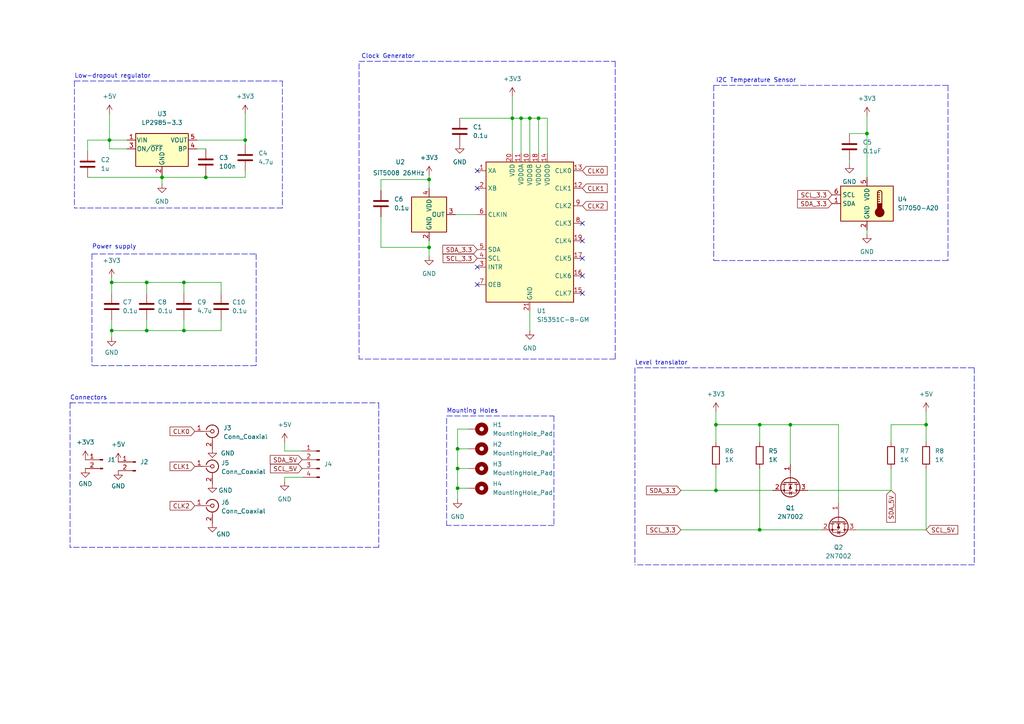
<source format=kicad_sch>
(kicad_sch (version 20211123) (generator eeschema)

  (uuid 9538e4ed-27e6-4c37-b989-9859dc0d49e8)

  (paper "A4")

  (title_block
    (title "FREQUENCY GENERATOR")
    (date "2022-02-04")
    (rev "A4")
  )

  (lib_symbols
    (symbol "Connector:Conn_01x02_Male" (pin_names (offset 1.016) hide) (in_bom yes) (on_board yes)
      (property "Reference" "J" (id 0) (at 0 2.54 0)
        (effects (font (size 1.27 1.27)))
      )
      (property "Value" "Conn_01x02_Male" (id 1) (at 0 -5.08 0)
        (effects (font (size 1.27 1.27)))
      )
      (property "Footprint" "" (id 2) (at 0 0 0)
        (effects (font (size 1.27 1.27)) hide)
      )
      (property "Datasheet" "~" (id 3) (at 0 0 0)
        (effects (font (size 1.27 1.27)) hide)
      )
      (property "ki_keywords" "connector" (id 4) (at 0 0 0)
        (effects (font (size 1.27 1.27)) hide)
      )
      (property "ki_description" "Generic connector, single row, 01x02, script generated (kicad-library-utils/schlib/autogen/connector/)" (id 5) (at 0 0 0)
        (effects (font (size 1.27 1.27)) hide)
      )
      (property "ki_fp_filters" "Connector*:*_1x??_*" (id 6) (at 0 0 0)
        (effects (font (size 1.27 1.27)) hide)
      )
      (symbol "Conn_01x02_Male_1_1"
        (polyline
          (pts
            (xy 1.27 -2.54)
            (xy 0.8636 -2.54)
          )
          (stroke (width 0.1524) (type default) (color 0 0 0 0))
          (fill (type none))
        )
        (polyline
          (pts
            (xy 1.27 0)
            (xy 0.8636 0)
          )
          (stroke (width 0.1524) (type default) (color 0 0 0 0))
          (fill (type none))
        )
        (rectangle (start 0.8636 -2.413) (end 0 -2.667)
          (stroke (width 0.1524) (type default) (color 0 0 0 0))
          (fill (type outline))
        )
        (rectangle (start 0.8636 0.127) (end 0 -0.127)
          (stroke (width 0.1524) (type default) (color 0 0 0 0))
          (fill (type outline))
        )
        (pin passive line (at 5.08 0 180) (length 3.81)
          (name "Pin_1" (effects (font (size 1.27 1.27))))
          (number "1" (effects (font (size 1.27 1.27))))
        )
        (pin passive line (at 5.08 -2.54 180) (length 3.81)
          (name "Pin_2" (effects (font (size 1.27 1.27))))
          (number "2" (effects (font (size 1.27 1.27))))
        )
      )
    )
    (symbol "Connector:Conn_01x04_Male" (pin_names (offset 1.016) hide) (in_bom yes) (on_board yes)
      (property "Reference" "J" (id 0) (at 0 5.08 0)
        (effects (font (size 1.27 1.27)))
      )
      (property "Value" "Conn_01x04_Male" (id 1) (at 0 -7.62 0)
        (effects (font (size 1.27 1.27)))
      )
      (property "Footprint" "" (id 2) (at 0 0 0)
        (effects (font (size 1.27 1.27)) hide)
      )
      (property "Datasheet" "~" (id 3) (at 0 0 0)
        (effects (font (size 1.27 1.27)) hide)
      )
      (property "ki_keywords" "connector" (id 4) (at 0 0 0)
        (effects (font (size 1.27 1.27)) hide)
      )
      (property "ki_description" "Generic connector, single row, 01x04, script generated (kicad-library-utils/schlib/autogen/connector/)" (id 5) (at 0 0 0)
        (effects (font (size 1.27 1.27)) hide)
      )
      (property "ki_fp_filters" "Connector*:*_1x??_*" (id 6) (at 0 0 0)
        (effects (font (size 1.27 1.27)) hide)
      )
      (symbol "Conn_01x04_Male_1_1"
        (polyline
          (pts
            (xy 1.27 -5.08)
            (xy 0.8636 -5.08)
          )
          (stroke (width 0.1524) (type default) (color 0 0 0 0))
          (fill (type none))
        )
        (polyline
          (pts
            (xy 1.27 -2.54)
            (xy 0.8636 -2.54)
          )
          (stroke (width 0.1524) (type default) (color 0 0 0 0))
          (fill (type none))
        )
        (polyline
          (pts
            (xy 1.27 0)
            (xy 0.8636 0)
          )
          (stroke (width 0.1524) (type default) (color 0 0 0 0))
          (fill (type none))
        )
        (polyline
          (pts
            (xy 1.27 2.54)
            (xy 0.8636 2.54)
          )
          (stroke (width 0.1524) (type default) (color 0 0 0 0))
          (fill (type none))
        )
        (rectangle (start 0.8636 -4.953) (end 0 -5.207)
          (stroke (width 0.1524) (type default) (color 0 0 0 0))
          (fill (type outline))
        )
        (rectangle (start 0.8636 -2.413) (end 0 -2.667)
          (stroke (width 0.1524) (type default) (color 0 0 0 0))
          (fill (type outline))
        )
        (rectangle (start 0.8636 0.127) (end 0 -0.127)
          (stroke (width 0.1524) (type default) (color 0 0 0 0))
          (fill (type outline))
        )
        (rectangle (start 0.8636 2.667) (end 0 2.413)
          (stroke (width 0.1524) (type default) (color 0 0 0 0))
          (fill (type outline))
        )
        (pin passive line (at 5.08 2.54 180) (length 3.81)
          (name "Pin_1" (effects (font (size 1.27 1.27))))
          (number "1" (effects (font (size 1.27 1.27))))
        )
        (pin passive line (at 5.08 0 180) (length 3.81)
          (name "Pin_2" (effects (font (size 1.27 1.27))))
          (number "2" (effects (font (size 1.27 1.27))))
        )
        (pin passive line (at 5.08 -2.54 180) (length 3.81)
          (name "Pin_3" (effects (font (size 1.27 1.27))))
          (number "3" (effects (font (size 1.27 1.27))))
        )
        (pin passive line (at 5.08 -5.08 180) (length 3.81)
          (name "Pin_4" (effects (font (size 1.27 1.27))))
          (number "4" (effects (font (size 1.27 1.27))))
        )
      )
    )
    (symbol "Connector:Conn_Coaxial" (pin_names (offset 1.016) hide) (in_bom yes) (on_board yes)
      (property "Reference" "J" (id 0) (at 0.254 3.048 0)
        (effects (font (size 1.27 1.27)))
      )
      (property "Value" "Conn_Coaxial" (id 1) (at 2.921 0 90)
        (effects (font (size 1.27 1.27)))
      )
      (property "Footprint" "" (id 2) (at 0 0 0)
        (effects (font (size 1.27 1.27)) hide)
      )
      (property "Datasheet" " ~" (id 3) (at 0 0 0)
        (effects (font (size 1.27 1.27)) hide)
      )
      (property "ki_keywords" "BNC SMA SMB SMC LEMO coaxial connector CINCH RCA" (id 4) (at 0 0 0)
        (effects (font (size 1.27 1.27)) hide)
      )
      (property "ki_description" "coaxial connector (BNC, SMA, SMB, SMC, Cinch/RCA, LEMO, ...)" (id 5) (at 0 0 0)
        (effects (font (size 1.27 1.27)) hide)
      )
      (property "ki_fp_filters" "*BNC* *SMA* *SMB* *SMC* *Cinch* *LEMO*" (id 6) (at 0 0 0)
        (effects (font (size 1.27 1.27)) hide)
      )
      (symbol "Conn_Coaxial_0_1"
        (arc (start -1.778 -0.508) (mid 0.222 -1.808) (end 1.778 0)
          (stroke (width 0.254) (type default) (color 0 0 0 0))
          (fill (type none))
        )
        (polyline
          (pts
            (xy -2.54 0)
            (xy -0.508 0)
          )
          (stroke (width 0) (type default) (color 0 0 0 0))
          (fill (type none))
        )
        (polyline
          (pts
            (xy 0 -2.54)
            (xy 0 -1.778)
          )
          (stroke (width 0) (type default) (color 0 0 0 0))
          (fill (type none))
        )
        (circle (center 0 0) (radius 0.508)
          (stroke (width 0.2032) (type default) (color 0 0 0 0))
          (fill (type none))
        )
        (arc (start 1.778 0) (mid 0.222 1.8083) (end -1.778 0.508)
          (stroke (width 0.254) (type default) (color 0 0 0 0))
          (fill (type none))
        )
      )
      (symbol "Conn_Coaxial_1_1"
        (pin passive line (at -5.08 0 0) (length 2.54)
          (name "In" (effects (font (size 1.27 1.27))))
          (number "1" (effects (font (size 1.27 1.27))))
        )
        (pin passive line (at 0 -5.08 90) (length 2.54)
          (name "Ext" (effects (font (size 1.27 1.27))))
          (number "2" (effects (font (size 1.27 1.27))))
        )
      )
    )
    (symbol "Device:C" (pin_numbers hide) (pin_names (offset 0.254)) (in_bom yes) (on_board yes)
      (property "Reference" "C" (id 0) (at 0.635 2.54 0)
        (effects (font (size 1.27 1.27)) (justify left))
      )
      (property "Value" "C" (id 1) (at 0.635 -2.54 0)
        (effects (font (size 1.27 1.27)) (justify left))
      )
      (property "Footprint" "" (id 2) (at 0.9652 -3.81 0)
        (effects (font (size 1.27 1.27)) hide)
      )
      (property "Datasheet" "~" (id 3) (at 0 0 0)
        (effects (font (size 1.27 1.27)) hide)
      )
      (property "ki_keywords" "cap capacitor" (id 4) (at 0 0 0)
        (effects (font (size 1.27 1.27)) hide)
      )
      (property "ki_description" "Unpolarized capacitor" (id 5) (at 0 0 0)
        (effects (font (size 1.27 1.27)) hide)
      )
      (property "ki_fp_filters" "C_*" (id 6) (at 0 0 0)
        (effects (font (size 1.27 1.27)) hide)
      )
      (symbol "C_0_1"
        (polyline
          (pts
            (xy -2.032 -0.762)
            (xy 2.032 -0.762)
          )
          (stroke (width 0.508) (type default) (color 0 0 0 0))
          (fill (type none))
        )
        (polyline
          (pts
            (xy -2.032 0.762)
            (xy 2.032 0.762)
          )
          (stroke (width 0.508) (type default) (color 0 0 0 0))
          (fill (type none))
        )
      )
      (symbol "C_1_1"
        (pin passive line (at 0 3.81 270) (length 2.794)
          (name "~" (effects (font (size 1.27 1.27))))
          (number "1" (effects (font (size 1.27 1.27))))
        )
        (pin passive line (at 0 -3.81 90) (length 2.794)
          (name "~" (effects (font (size 1.27 1.27))))
          (number "2" (effects (font (size 1.27 1.27))))
        )
      )
    )
    (symbol "Device:R" (pin_numbers hide) (pin_names (offset 0)) (in_bom yes) (on_board yes)
      (property "Reference" "R" (id 0) (at 2.032 0 90)
        (effects (font (size 1.27 1.27)))
      )
      (property "Value" "R" (id 1) (at 0 0 90)
        (effects (font (size 1.27 1.27)))
      )
      (property "Footprint" "" (id 2) (at -1.778 0 90)
        (effects (font (size 1.27 1.27)) hide)
      )
      (property "Datasheet" "~" (id 3) (at 0 0 0)
        (effects (font (size 1.27 1.27)) hide)
      )
      (property "ki_keywords" "R res resistor" (id 4) (at 0 0 0)
        (effects (font (size 1.27 1.27)) hide)
      )
      (property "ki_description" "Resistor" (id 5) (at 0 0 0)
        (effects (font (size 1.27 1.27)) hide)
      )
      (property "ki_fp_filters" "R_*" (id 6) (at 0 0 0)
        (effects (font (size 1.27 1.27)) hide)
      )
      (symbol "R_0_1"
        (rectangle (start -1.016 -2.54) (end 1.016 2.54)
          (stroke (width 0.254) (type default) (color 0 0 0 0))
          (fill (type none))
        )
      )
      (symbol "R_1_1"
        (pin passive line (at 0 3.81 270) (length 1.27)
          (name "~" (effects (font (size 1.27 1.27))))
          (number "1" (effects (font (size 1.27 1.27))))
        )
        (pin passive line (at 0 -3.81 90) (length 1.27)
          (name "~" (effects (font (size 1.27 1.27))))
          (number "2" (effects (font (size 1.27 1.27))))
        )
      )
    )
    (symbol "Mechanical:MountingHole_Pad" (pin_numbers hide) (pin_names (offset 1.016) hide) (in_bom yes) (on_board yes)
      (property "Reference" "H" (id 0) (at 0 6.35 0)
        (effects (font (size 1.27 1.27)))
      )
      (property "Value" "MountingHole_Pad" (id 1) (at 0 4.445 0)
        (effects (font (size 1.27 1.27)))
      )
      (property "Footprint" "" (id 2) (at 0 0 0)
        (effects (font (size 1.27 1.27)) hide)
      )
      (property "Datasheet" "~" (id 3) (at 0 0 0)
        (effects (font (size 1.27 1.27)) hide)
      )
      (property "ki_keywords" "mounting hole" (id 4) (at 0 0 0)
        (effects (font (size 1.27 1.27)) hide)
      )
      (property "ki_description" "Mounting Hole with connection" (id 5) (at 0 0 0)
        (effects (font (size 1.27 1.27)) hide)
      )
      (property "ki_fp_filters" "MountingHole*Pad*" (id 6) (at 0 0 0)
        (effects (font (size 1.27 1.27)) hide)
      )
      (symbol "MountingHole_Pad_0_1"
        (circle (center 0 1.27) (radius 1.27)
          (stroke (width 1.27) (type default) (color 0 0 0 0))
          (fill (type none))
        )
      )
      (symbol "MountingHole_Pad_1_1"
        (pin input line (at 0 -2.54 90) (length 2.54)
          (name "1" (effects (font (size 1.27 1.27))))
          (number "1" (effects (font (size 1.27 1.27))))
        )
      )
    )
    (symbol "Oscillator:Si5351C-B-GM" (in_bom yes) (on_board yes)
      (property "Reference" "U" (id 0) (at -12.7 21.59 0)
        (effects (font (size 1.27 1.27)))
      )
      (property "Value" "Si5351C-B-GM" (id 1) (at -13.97 -22.86 0)
        (effects (font (size 1.27 1.27)))
      )
      (property "Footprint" "Package_DFN_QFN:QFN-20-1EP_4x4mm_P0.5mm_EP2.7x2.7mm" (id 2) (at 0 -30.48 0)
        (effects (font (size 1.27 1.27)) hide)
      )
      (property "Datasheet" "https://www.silabs.com/documents/public/data-sheets/Si5351-B.pdf" (id 3) (at 0 0 0)
        (effects (font (size 1.27 1.27)) hide)
      )
      (property "ki_keywords" "CMOS Synth Oscillator I2C" (id 4) (at 0 0 0)
        (effects (font (size 1.27 1.27)) hide)
      )
      (property "ki_description" "I2C Programmable Any-Frequency CMOS Clock Generator, QFN-20" (id 5) (at 0 0 0)
        (effects (font (size 1.27 1.27)) hide)
      )
      (property "ki_fp_filters" "QFN*1EP*4x4mm*P0.5mm*" (id 6) (at 0 0 0)
        (effects (font (size 1.27 1.27)) hide)
      )
      (symbol "Si5351C-B-GM_1_1"
        (rectangle (start -12.7 20.32) (end 12.7 -20.32)
          (stroke (width 0.254) (type default) (color 0 0 0 0))
          (fill (type background))
        )
        (pin input line (at -15.24 17.78 0) (length 2.54)
          (name "XA" (effects (font (size 1.27 1.27))))
          (number "1" (effects (font (size 1.27 1.27))))
        )
        (pin power_in line (at 0 22.86 270) (length 2.54)
          (name "VDDOB" (effects (font (size 1.27 1.27))))
          (number "10" (effects (font (size 1.27 1.27))))
        )
        (pin power_in line (at -2.54 22.86 270) (length 2.54)
          (name "VDDOA" (effects (font (size 1.27 1.27))))
          (number "11" (effects (font (size 1.27 1.27))))
        )
        (pin output line (at 15.24 12.7 180) (length 2.54)
          (name "CLK1" (effects (font (size 1.27 1.27))))
          (number "12" (effects (font (size 1.27 1.27))))
        )
        (pin output line (at 15.24 17.78 180) (length 2.54)
          (name "CLK0" (effects (font (size 1.27 1.27))))
          (number "13" (effects (font (size 1.27 1.27))))
        )
        (pin power_in line (at 5.08 22.86 270) (length 2.54)
          (name "VDDOD" (effects (font (size 1.27 1.27))))
          (number "14" (effects (font (size 1.27 1.27))))
        )
        (pin output line (at 15.24 -17.78 180) (length 2.54)
          (name "CLK7" (effects (font (size 1.27 1.27))))
          (number "15" (effects (font (size 1.27 1.27))))
        )
        (pin output line (at 15.24 -12.7 180) (length 2.54)
          (name "CLK6" (effects (font (size 1.27 1.27))))
          (number "16" (effects (font (size 1.27 1.27))))
        )
        (pin output line (at 15.24 -7.62 180) (length 2.54)
          (name "CLK5" (effects (font (size 1.27 1.27))))
          (number "17" (effects (font (size 1.27 1.27))))
        )
        (pin power_in line (at 2.54 22.86 270) (length 2.54)
          (name "VDDOC" (effects (font (size 1.27 1.27))))
          (number "18" (effects (font (size 1.27 1.27))))
        )
        (pin output line (at 15.24 -2.54 180) (length 2.54)
          (name "CLK4" (effects (font (size 1.27 1.27))))
          (number "19" (effects (font (size 1.27 1.27))))
        )
        (pin input line (at -15.24 12.7 0) (length 2.54)
          (name "XB" (effects (font (size 1.27 1.27))))
          (number "2" (effects (font (size 1.27 1.27))))
        )
        (pin power_in line (at -5.08 22.86 270) (length 2.54)
          (name "VDD" (effects (font (size 1.27 1.27))))
          (number "20" (effects (font (size 1.27 1.27))))
        )
        (pin power_in line (at 0 -22.86 90) (length 2.54)
          (name "GND" (effects (font (size 1.27 1.27))))
          (number "21" (effects (font (size 1.27 1.27))))
        )
        (pin output line (at -15.24 -10.16 0) (length 2.54)
          (name "INTR" (effects (font (size 1.27 1.27))))
          (number "3" (effects (font (size 1.27 1.27))))
        )
        (pin input line (at -15.24 -7.62 0) (length 2.54)
          (name "SCL" (effects (font (size 1.27 1.27))))
          (number "4" (effects (font (size 1.27 1.27))))
        )
        (pin bidirectional line (at -15.24 -5.08 0) (length 2.54)
          (name "SDA" (effects (font (size 1.27 1.27))))
          (number "5" (effects (font (size 1.27 1.27))))
        )
        (pin input line (at -15.24 5.08 0) (length 2.54)
          (name "CLKIN" (effects (font (size 1.27 1.27))))
          (number "6" (effects (font (size 1.27 1.27))))
        )
        (pin input line (at -15.24 -15.24 0) (length 2.54)
          (name "OEB" (effects (font (size 1.27 1.27))))
          (number "7" (effects (font (size 1.27 1.27))))
        )
        (pin output line (at 15.24 2.54 180) (length 2.54)
          (name "CLK3" (effects (font (size 1.27 1.27))))
          (number "8" (effects (font (size 1.27 1.27))))
        )
        (pin output line (at 15.24 7.62 180) (length 2.54)
          (name "CLK2" (effects (font (size 1.27 1.27))))
          (number "9" (effects (font (size 1.27 1.27))))
        )
      )
    )
    (symbol "Regulator_Linear:LP2985-3.3" (pin_names (offset 0.254)) (in_bom yes) (on_board yes)
      (property "Reference" "U" (id 0) (at -6.35 5.715 0)
        (effects (font (size 1.27 1.27)))
      )
      (property "Value" "LP2985-3.3" (id 1) (at 0 5.715 0)
        (effects (font (size 1.27 1.27)) (justify left))
      )
      (property "Footprint" "Package_TO_SOT_SMD:SOT-23-5" (id 2) (at 0 8.255 0)
        (effects (font (size 1.27 1.27)) hide)
      )
      (property "Datasheet" "http://www.ti.com/lit/ds/symlink/lp2985.pdf" (id 3) (at 0 0 0)
        (effects (font (size 1.27 1.27)) hide)
      )
      (property "ki_keywords" "LDO regulator linear  SOT-23-5" (id 4) (at 0 0 0)
        (effects (font (size 1.27 1.27)) hide)
      )
      (property "ki_description" "150mA 16V Low-noise Low-dropout Regulator With Shutdown, 3.3V output voltage, SOT-23-5" (id 5) (at 0 0 0)
        (effects (font (size 1.27 1.27)) hide)
      )
      (property "ki_fp_filters" "SOT?23*" (id 6) (at 0 0 0)
        (effects (font (size 1.27 1.27)) hide)
      )
      (symbol "LP2985-3.3_0_1"
        (rectangle (start -7.62 -5.08) (end 7.62 4.445)
          (stroke (width 0.254) (type default) (color 0 0 0 0))
          (fill (type background))
        )
      )
      (symbol "LP2985-3.3_1_1"
        (pin power_in line (at -10.16 2.54 0) (length 2.54)
          (name "VIN" (effects (font (size 1.27 1.27))))
          (number "1" (effects (font (size 1.27 1.27))))
        )
        (pin power_in line (at 0 -7.62 90) (length 2.54)
          (name "GND" (effects (font (size 1.27 1.27))))
          (number "2" (effects (font (size 1.27 1.27))))
        )
        (pin input line (at -10.16 0 0) (length 2.54)
          (name "ON/~{OFF}" (effects (font (size 1.27 1.27))))
          (number "3" (effects (font (size 1.27 1.27))))
        )
        (pin input line (at 10.16 0 180) (length 2.54)
          (name "BP" (effects (font (size 1.27 1.27))))
          (number "4" (effects (font (size 1.27 1.27))))
        )
        (pin power_out line (at 10.16 2.54 180) (length 2.54)
          (name "VOUT" (effects (font (size 1.27 1.27))))
          (number "5" (effects (font (size 1.27 1.27))))
        )
      )
    )
    (symbol "Sensor_Temperature:Si7050-A20" (in_bom yes) (on_board yes)
      (property "Reference" "U" (id 0) (at -6.35 6.35 0)
        (effects (font (size 1.27 1.27)))
      )
      (property "Value" "Si7050-A20" (id 1) (at 7.62 6.35 0)
        (effects (font (size 1.27 1.27)))
      )
      (property "Footprint" "Package_DFN_QFN:DFN-6-1EP_3x3mm_P1mm_EP1.65x2.55mm" (id 2) (at 0 -10.16 0)
        (effects (font (size 1.27 1.27)) hide)
      )
      (property "Datasheet" "https://www.silabs.com/documents/public/data-sheets/Si7050-1-3-4-5-A20.pdf" (id 3) (at -5.08 7.62 0)
        (effects (font (size 1.27 1.27)) hide)
      )
      (property "ki_keywords" "I2C Temperature Sensor" (id 4) (at 0 0 0)
        (effects (font (size 1.27 1.27)) hide)
      )
      (property "ki_description" "I2C Temperature Sensor, ±1.0ºC, DFN-6" (id 5) (at 0 0 0)
        (effects (font (size 1.27 1.27)) hide)
      )
      (property "ki_fp_filters" "DFN*1EP*3x3mm*P1mm*" (id 6) (at 0 0 0)
        (effects (font (size 1.27 1.27)) hide)
      )
      (symbol "Si7050-A20_0_1"
        (rectangle (start -7.62 5.08) (end 7.62 -5.08)
          (stroke (width 0.254) (type default) (color 0 0 0 0))
          (fill (type background))
        )
      )
      (symbol "Si7050-A20_1_1"
        (polyline
          (pts
            (xy 3.048 0.635)
            (xy 3.683 0.635)
          )
          (stroke (width 0.254) (type default) (color 0 0 0 0))
          (fill (type none))
        )
        (polyline
          (pts
            (xy 3.048 1.27)
            (xy 3.683 1.27)
          )
          (stroke (width 0.254) (type default) (color 0 0 0 0))
          (fill (type none))
        )
        (polyline
          (pts
            (xy 3.048 1.905)
            (xy 3.683 1.905)
          )
          (stroke (width 0.254) (type default) (color 0 0 0 0))
          (fill (type none))
        )
        (polyline
          (pts
            (xy 3.048 2.54)
            (xy 3.683 2.54)
          )
          (stroke (width 0.254) (type default) (color 0 0 0 0))
          (fill (type none))
        )
        (polyline
          (pts
            (xy 3.048 3.175)
            (xy 3.048 0)
          )
          (stroke (width 0.254) (type default) (color 0 0 0 0))
          (fill (type none))
        )
        (polyline
          (pts
            (xy 3.048 3.175)
            (xy 3.683 3.175)
          )
          (stroke (width 0.254) (type default) (color 0 0 0 0))
          (fill (type none))
        )
        (polyline
          (pts
            (xy 4.318 3.175)
            (xy 4.318 0)
          )
          (stroke (width 0.254) (type default) (color 0 0 0 0))
          (fill (type none))
        )
        (circle (center 3.683 -2.54) (radius 1.27)
          (stroke (width 0.254) (type default) (color 0 0 0 0))
          (fill (type outline))
        )
        (rectangle (start 4.318 -1.905) (end 3.048 0)
          (stroke (width 0.254) (type default) (color 0 0 0 0))
          (fill (type outline))
        )
        (arc (start 4.318 3.175) (mid 3.683 3.81) (end 3.048 3.175)
          (stroke (width 0.254) (type default) (color 0 0 0 0))
          (fill (type none))
        )
        (pin bidirectional line (at -10.16 0 0) (length 2.54)
          (name "SDA" (effects (font (size 1.27 1.27))))
          (number "1" (effects (font (size 1.27 1.27))))
        )
        (pin power_in line (at 0 -7.62 90) (length 2.54)
          (name "GND" (effects (font (size 1.27 1.27))))
          (number "2" (effects (font (size 1.27 1.27))))
        )
        (pin no_connect line (at 7.62 2.54 180) (length 2.54) hide
          (name "NC" (effects (font (size 1.27 1.27))))
          (number "3" (effects (font (size 1.27 1.27))))
        )
        (pin no_connect line (at 7.62 -2.54 180) (length 2.54) hide
          (name "NC" (effects (font (size 1.27 1.27))))
          (number "4" (effects (font (size 1.27 1.27))))
        )
        (pin power_in line (at 0 7.62 270) (length 2.54)
          (name "VDD" (effects (font (size 1.27 1.27))))
          (number "5" (effects (font (size 1.27 1.27))))
        )
        (pin input line (at -10.16 2.54 0) (length 2.54)
          (name "SCL" (effects (font (size 1.27 1.27))))
          (number "6" (effects (font (size 1.27 1.27))))
        )
      )
    )
    (symbol "SiT5008_1" (in_bom yes) (on_board yes)
      (property "Reference" "U2" (id 0) (at 9.525 8.89 0)
        (effects (font (size 1.27 1.27)) (justify right))
      )
      (property "Value" "SiT5008_1" (id 1) (at 9.525 6.35 0)
        (effects (font (size 1.27 1.27)) (justify right))
      )
      (property "Footprint" "Oscillator:Oscillator_SMD_SiT5008-4Pin_2.5x2.0mm" (id 2) (at 0 -19.05 0)
        (effects (font (size 1.27 1.27)) hide)
      )
      (property "Datasheet" "https://www.sitime.com/support/resource-library/datasheets/sit5008-datasheet" (id 3) (at 0 16.51 0)
        (effects (font (size 1.27 1.27)) hide)
      )
      (property "ki_keywords" "tcxo" (id 4) (at 0 0 0)
        (effects (font (size 1.27 1.27)) hide)
      )
      (property "ki_description" "10-60MHz Temperature Compensated Crystal Oscillator, SiT5008" (id 5) (at 0 0 0)
        (effects (font (size 1.27 1.27)) hide)
      )
      (property "ki_fp_filters" "Oscillator*SMD*SiT5008*2.5x2.0mm*" (id 6) (at 0 0 0)
        (effects (font (size 1.27 1.27)) hide)
      )
      (symbol "SiT5008_1_0_1"
        (rectangle (start -5.08 5.08) (end 5.08 -5.08)
          (stroke (width 0.254) (type default) (color 0 0 0 0))
          (fill (type background))
        )
      )
      (symbol "SiT5008_1_1_1"
        (pin no_connect line (at -5.08 0 0) (length 2.54) hide
          (name "NC" (effects (font (size 1.27 1.27))))
          (number "1" (effects (font (size 1.27 1.27))))
        )
        (pin power_in line (at 0 -7.62 90) (length 2.54)
          (name "GND" (effects (font (size 1.27 1.27))))
          (number "2" (effects (font (size 1.27 1.27))))
        )
        (pin output line (at 7.62 0 180) (length 2.54)
          (name "OUT" (effects (font (size 1.27 1.27))))
          (number "3" (effects (font (size 1.27 1.27))))
        )
        (pin power_in line (at 0 7.62 270) (length 2.54)
          (name "VDD" (effects (font (size 1.27 1.27))))
          (number "4" (effects (font (size 1.27 1.27))))
        )
      )
    )
    (symbol "Transistor_FET:2N7002" (pin_names hide) (in_bom yes) (on_board yes)
      (property "Reference" "Q" (id 0) (at 5.08 1.905 0)
        (effects (font (size 1.27 1.27)) (justify left))
      )
      (property "Value" "2N7002" (id 1) (at 5.08 0 0)
        (effects (font (size 1.27 1.27)) (justify left))
      )
      (property "Footprint" "Package_TO_SOT_SMD:SOT-23" (id 2) (at 5.08 -1.905 0)
        (effects (font (size 1.27 1.27) italic) (justify left) hide)
      )
      (property "Datasheet" "https://www.onsemi.com/pub/Collateral/NDS7002A-D.PDF" (id 3) (at 0 0 0)
        (effects (font (size 1.27 1.27)) (justify left) hide)
      )
      (property "ki_keywords" "N-Channel Switching MOSFET" (id 4) (at 0 0 0)
        (effects (font (size 1.27 1.27)) hide)
      )
      (property "ki_description" "0.115A Id, 60V Vds, N-Channel MOSFET, SOT-23" (id 5) (at 0 0 0)
        (effects (font (size 1.27 1.27)) hide)
      )
      (property "ki_fp_filters" "SOT?23*" (id 6) (at 0 0 0)
        (effects (font (size 1.27 1.27)) hide)
      )
      (symbol "2N7002_0_1"
        (polyline
          (pts
            (xy 0.254 0)
            (xy -2.54 0)
          )
          (stroke (width 0) (type default) (color 0 0 0 0))
          (fill (type none))
        )
        (polyline
          (pts
            (xy 0.254 1.905)
            (xy 0.254 -1.905)
          )
          (stroke (width 0.254) (type default) (color 0 0 0 0))
          (fill (type none))
        )
        (polyline
          (pts
            (xy 0.762 -1.27)
            (xy 0.762 -2.286)
          )
          (stroke (width 0.254) (type default) (color 0 0 0 0))
          (fill (type none))
        )
        (polyline
          (pts
            (xy 0.762 0.508)
            (xy 0.762 -0.508)
          )
          (stroke (width 0.254) (type default) (color 0 0 0 0))
          (fill (type none))
        )
        (polyline
          (pts
            (xy 0.762 2.286)
            (xy 0.762 1.27)
          )
          (stroke (width 0.254) (type default) (color 0 0 0 0))
          (fill (type none))
        )
        (polyline
          (pts
            (xy 2.54 2.54)
            (xy 2.54 1.778)
          )
          (stroke (width 0) (type default) (color 0 0 0 0))
          (fill (type none))
        )
        (polyline
          (pts
            (xy 2.54 -2.54)
            (xy 2.54 0)
            (xy 0.762 0)
          )
          (stroke (width 0) (type default) (color 0 0 0 0))
          (fill (type none))
        )
        (polyline
          (pts
            (xy 0.762 -1.778)
            (xy 3.302 -1.778)
            (xy 3.302 1.778)
            (xy 0.762 1.778)
          )
          (stroke (width 0) (type default) (color 0 0 0 0))
          (fill (type none))
        )
        (polyline
          (pts
            (xy 1.016 0)
            (xy 2.032 0.381)
            (xy 2.032 -0.381)
            (xy 1.016 0)
          )
          (stroke (width 0) (type default) (color 0 0 0 0))
          (fill (type outline))
        )
        (polyline
          (pts
            (xy 2.794 0.508)
            (xy 2.921 0.381)
            (xy 3.683 0.381)
            (xy 3.81 0.254)
          )
          (stroke (width 0) (type default) (color 0 0 0 0))
          (fill (type none))
        )
        (polyline
          (pts
            (xy 3.302 0.381)
            (xy 2.921 -0.254)
            (xy 3.683 -0.254)
            (xy 3.302 0.381)
          )
          (stroke (width 0) (type default) (color 0 0 0 0))
          (fill (type none))
        )
        (circle (center 1.651 0) (radius 2.794)
          (stroke (width 0.254) (type default) (color 0 0 0 0))
          (fill (type none))
        )
        (circle (center 2.54 -1.778) (radius 0.254)
          (stroke (width 0) (type default) (color 0 0 0 0))
          (fill (type outline))
        )
        (circle (center 2.54 1.778) (radius 0.254)
          (stroke (width 0) (type default) (color 0 0 0 0))
          (fill (type outline))
        )
      )
      (symbol "2N7002_1_1"
        (pin input line (at -5.08 0 0) (length 2.54)
          (name "G" (effects (font (size 1.27 1.27))))
          (number "1" (effects (font (size 1.27 1.27))))
        )
        (pin passive line (at 2.54 -5.08 90) (length 2.54)
          (name "S" (effects (font (size 1.27 1.27))))
          (number "2" (effects (font (size 1.27 1.27))))
        )
        (pin passive line (at 2.54 5.08 270) (length 2.54)
          (name "D" (effects (font (size 1.27 1.27))))
          (number "3" (effects (font (size 1.27 1.27))))
        )
      )
    )
    (symbol "power:+3V3" (power) (pin_names (offset 0)) (in_bom yes) (on_board yes)
      (property "Reference" "#PWR" (id 0) (at 0 -3.81 0)
        (effects (font (size 1.27 1.27)) hide)
      )
      (property "Value" "+3V3" (id 1) (at 0 3.556 0)
        (effects (font (size 1.27 1.27)))
      )
      (property "Footprint" "" (id 2) (at 0 0 0)
        (effects (font (size 1.27 1.27)) hide)
      )
      (property "Datasheet" "" (id 3) (at 0 0 0)
        (effects (font (size 1.27 1.27)) hide)
      )
      (property "ki_keywords" "power-flag" (id 4) (at 0 0 0)
        (effects (font (size 1.27 1.27)) hide)
      )
      (property "ki_description" "Power symbol creates a global label with name \"+3V3\"" (id 5) (at 0 0 0)
        (effects (font (size 1.27 1.27)) hide)
      )
      (symbol "+3V3_0_1"
        (polyline
          (pts
            (xy -0.762 1.27)
            (xy 0 2.54)
          )
          (stroke (width 0) (type default) (color 0 0 0 0))
          (fill (type none))
        )
        (polyline
          (pts
            (xy 0 0)
            (xy 0 2.54)
          )
          (stroke (width 0) (type default) (color 0 0 0 0))
          (fill (type none))
        )
        (polyline
          (pts
            (xy 0 2.54)
            (xy 0.762 1.27)
          )
          (stroke (width 0) (type default) (color 0 0 0 0))
          (fill (type none))
        )
      )
      (symbol "+3V3_1_1"
        (pin power_in line (at 0 0 90) (length 0) hide
          (name "+3V3" (effects (font (size 1.27 1.27))))
          (number "1" (effects (font (size 1.27 1.27))))
        )
      )
    )
    (symbol "power:+5V" (power) (pin_names (offset 0)) (in_bom yes) (on_board yes)
      (property "Reference" "#PWR" (id 0) (at 0 -3.81 0)
        (effects (font (size 1.27 1.27)) hide)
      )
      (property "Value" "+5V" (id 1) (at 0 3.556 0)
        (effects (font (size 1.27 1.27)))
      )
      (property "Footprint" "" (id 2) (at 0 0 0)
        (effects (font (size 1.27 1.27)) hide)
      )
      (property "Datasheet" "" (id 3) (at 0 0 0)
        (effects (font (size 1.27 1.27)) hide)
      )
      (property "ki_keywords" "power-flag" (id 4) (at 0 0 0)
        (effects (font (size 1.27 1.27)) hide)
      )
      (property "ki_description" "Power symbol creates a global label with name \"+5V\"" (id 5) (at 0 0 0)
        (effects (font (size 1.27 1.27)) hide)
      )
      (symbol "+5V_0_1"
        (polyline
          (pts
            (xy -0.762 1.27)
            (xy 0 2.54)
          )
          (stroke (width 0) (type default) (color 0 0 0 0))
          (fill (type none))
        )
        (polyline
          (pts
            (xy 0 0)
            (xy 0 2.54)
          )
          (stroke (width 0) (type default) (color 0 0 0 0))
          (fill (type none))
        )
        (polyline
          (pts
            (xy 0 2.54)
            (xy 0.762 1.27)
          )
          (stroke (width 0) (type default) (color 0 0 0 0))
          (fill (type none))
        )
      )
      (symbol "+5V_1_1"
        (pin power_in line (at 0 0 90) (length 0) hide
          (name "+5V" (effects (font (size 1.27 1.27))))
          (number "1" (effects (font (size 1.27 1.27))))
        )
      )
    )
    (symbol "power:GND" (power) (pin_names (offset 0)) (in_bom yes) (on_board yes)
      (property "Reference" "#PWR" (id 0) (at 0 -6.35 0)
        (effects (font (size 1.27 1.27)) hide)
      )
      (property "Value" "GND" (id 1) (at 0 -3.81 0)
        (effects (font (size 1.27 1.27)))
      )
      (property "Footprint" "" (id 2) (at 0 0 0)
        (effects (font (size 1.27 1.27)) hide)
      )
      (property "Datasheet" "" (id 3) (at 0 0 0)
        (effects (font (size 1.27 1.27)) hide)
      )
      (property "ki_keywords" "power-flag" (id 4) (at 0 0 0)
        (effects (font (size 1.27 1.27)) hide)
      )
      (property "ki_description" "Power symbol creates a global label with name \"GND\" , ground" (id 5) (at 0 0 0)
        (effects (font (size 1.27 1.27)) hide)
      )
      (symbol "GND_0_1"
        (polyline
          (pts
            (xy 0 0)
            (xy 0 -1.27)
            (xy 1.27 -1.27)
            (xy 0 -2.54)
            (xy -1.27 -1.27)
            (xy 0 -1.27)
          )
          (stroke (width 0) (type default) (color 0 0 0 0))
          (fill (type none))
        )
      )
      (symbol "GND_1_1"
        (pin power_in line (at 0 0 270) (length 0) hide
          (name "GND" (effects (font (size 1.27 1.27))))
          (number "1" (effects (font (size 1.27 1.27))))
        )
      )
    )
  )

  (junction (at 156.21 34.29) (diameter 0) (color 0 0 0 0)
    (uuid 0cca5a16-46c5-4391-aad8-879f7e87c245)
  )
  (junction (at 132.715 135.89) (diameter 0) (color 0 0 0 0)
    (uuid 0f48ce51-54c7-452d-ac75-94d6544a8366)
  )
  (junction (at 124.46 71.755) (diameter 0) (color 0 0 0 0)
    (uuid 12248c85-44d8-4a82-9a7d-7a5707765dc6)
  )
  (junction (at 53.34 95.885) (diameter 0) (color 0 0 0 0)
    (uuid 1443333b-f519-427e-a3e9-4ef46e4edde7)
  )
  (junction (at 153.67 34.29) (diameter 0) (color 0 0 0 0)
    (uuid 2ca5e4da-37e5-4eef-b662-3c3706c0ec76)
  )
  (junction (at 124.46 52.07) (diameter 0) (color 0 0 0 0)
    (uuid 364f28f1-8682-455b-b630-b1149c56829d)
  )
  (junction (at 207.645 123.19) (diameter 0) (color 0 0 0 0)
    (uuid 3959c7f8-9e71-48d3-80ae-a8d6e72ce4f2)
  )
  (junction (at 220.345 123.19) (diameter 0) (color 0 0 0 0)
    (uuid 3b3c8238-7d66-4cc4-a193-8684f6a854dd)
  )
  (junction (at 32.385 95.885) (diameter 0) (color 0 0 0 0)
    (uuid 3cd31b30-2797-42e4-ac4b-c9728e02a9f7)
  )
  (junction (at 148.59 34.29) (diameter 0) (color 0 0 0 0)
    (uuid 472dc076-c916-41a9-91bc-395aff15162b)
  )
  (junction (at 251.46 38.735) (diameter 0) (color 0 0 0 0)
    (uuid 558f5841-0c6f-442d-abf7-0f28869d5889)
  )
  (junction (at 42.545 81.915) (diameter 0) (color 0 0 0 0)
    (uuid 583676c2-bb13-47a6-b452-f8678a156429)
  )
  (junction (at 229.235 123.19) (diameter 0) (color 0 0 0 0)
    (uuid 5e939947-fc27-4e55-b962-524b3aae8119)
  )
  (junction (at 46.99 51.435) (diameter 0) (color 0 0 0 0)
    (uuid 5eec16eb-ebae-4eb9-88ad-13b792a5cca0)
  )
  (junction (at 207.645 142.24) (diameter 0) (color 0 0 0 0)
    (uuid 63bd20d4-4e77-47e1-8ddb-b33912dd4c6a)
  )
  (junction (at 32.385 81.915) (diameter 0) (color 0 0 0 0)
    (uuid 71c15f3b-1030-4520-86e4-7d9ea3cecc44)
  )
  (junction (at 53.34 81.915) (diameter 0) (color 0 0 0 0)
    (uuid 77c7cc60-d068-4535-ba03-0a560e97f714)
  )
  (junction (at 71.12 40.64) (diameter 0) (color 0 0 0 0)
    (uuid 80dbc9fb-8587-4d2b-9dbb-47cb8b7a2a7f)
  )
  (junction (at 151.13 34.29) (diameter 0) (color 0 0 0 0)
    (uuid 97d725c7-f6db-431e-9eba-9dbaccb8dea7)
  )
  (junction (at 132.715 130.175) (diameter 0) (color 0 0 0 0)
    (uuid a04f45be-8931-4489-bf44-511d66f776a5)
  )
  (junction (at 220.345 153.67) (diameter 0) (color 0 0 0 0)
    (uuid aebbb3f4-c648-46a3-9290-c6781eb6b408)
  )
  (junction (at 59.69 51.435) (diameter 0) (color 0 0 0 0)
    (uuid b102add6-2e4f-4e20-8c35-f30964d04bda)
  )
  (junction (at 42.545 95.885) (diameter 0) (color 0 0 0 0)
    (uuid b5a1ff83-e7c7-4afd-b16e-e077c17c70f7)
  )
  (junction (at 268.605 123.19) (diameter 0) (color 0 0 0 0)
    (uuid ca90aae4-ed60-4db8-8551-6866eabac6d7)
  )
  (junction (at 31.75 40.64) (diameter 0) (color 0 0 0 0)
    (uuid dab7f59b-4269-417f-ad73-dc73bec6e2b5)
  )
  (junction (at 132.715 141.605) (diameter 0) (color 0 0 0 0)
    (uuid fa167c12-ae03-4911-9142-b7a91aabddca)
  )

  (no_connect (at 138.43 49.53) (uuid 8fc20d73-73c4-4ece-a259-40d944c0b96c))
  (no_connect (at 138.43 54.61) (uuid 8fc20d73-73c4-4ece-a259-40d944c0b96d))
  (no_connect (at 168.91 64.77) (uuid 8fc20d73-73c4-4ece-a259-40d944c0b96f))
  (no_connect (at 168.91 69.85) (uuid 8fc20d73-73c4-4ece-a259-40d944c0b970))
  (no_connect (at 168.91 74.93) (uuid 8fc20d73-73c4-4ece-a259-40d944c0b971))
  (no_connect (at 168.91 80.01) (uuid 8fc20d73-73c4-4ece-a259-40d944c0b972))
  (no_connect (at 138.43 77.47) (uuid 8fc20d73-73c4-4ece-a259-40d944c0b973))
  (no_connect (at 168.91 85.09) (uuid 8fc20d73-73c4-4ece-a259-40d944c0b974))
  (no_connect (at 138.43 82.55) (uuid 8fc20d73-73c4-4ece-a259-40d944c0b975))

  (wire (pts (xy 71.12 33.02) (xy 71.12 40.64))
    (stroke (width 0) (type default) (color 0 0 0 0))
    (uuid 00ab3c83-1e16-4f7d-af6b-981a76182350)
  )
  (wire (pts (xy 42.545 92.71) (xy 42.545 95.885))
    (stroke (width 0) (type default) (color 0 0 0 0))
    (uuid 00fbb151-ee4a-44d7-aab4-028dbb212b6e)
  )
  (polyline (pts (xy 109.855 116.84) (xy 109.855 158.75))
    (stroke (width 0) (type default) (color 0 0 0 0))
    (uuid 0494d863-42c7-4c87-b0d3-f6a2cd2d767e)
  )

  (wire (pts (xy 220.345 135.89) (xy 220.345 153.67))
    (stroke (width 0) (type default) (color 0 0 0 0))
    (uuid 060e554f-24fe-412d-8d83-62c8f110f837)
  )
  (wire (pts (xy 133.35 34.29) (xy 148.59 34.29))
    (stroke (width 0) (type default) (color 0 0 0 0))
    (uuid 0ae8196d-85d0-42aa-ba33-421719324ad7)
  )
  (wire (pts (xy 53.34 81.915) (xy 53.34 85.09))
    (stroke (width 0) (type default) (color 0 0 0 0))
    (uuid 0bcdc5e3-7f71-4df6-800d-234aa3e90067)
  )
  (polyline (pts (xy 20.32 116.84) (xy 109.855 116.84))
    (stroke (width 0) (type default) (color 0 0 0 0))
    (uuid 0d399a36-eb22-4a89-9a79-4d70bb40c59e)
  )
  (polyline (pts (xy 20.32 116.84) (xy 20.955 116.84))
    (stroke (width 0) (type default) (color 0 0 0 0))
    (uuid 0e9536c4-d990-4907-9211-35487cd14335)
  )
  (polyline (pts (xy 104.14 18.415) (xy 104.14 104.14))
    (stroke (width 0) (type default) (color 0 0 0 0))
    (uuid 10e3fc08-eab7-48b4-aed3-687f9e7beec2)
  )

  (wire (pts (xy 87.63 130.81) (xy 82.55 130.81))
    (stroke (width 0) (type default) (color 0 0 0 0))
    (uuid 11b8d99a-8113-413d-b582-701f99077744)
  )
  (wire (pts (xy 132.715 130.175) (xy 135.89 130.175))
    (stroke (width 0) (type default) (color 0 0 0 0))
    (uuid 11c7caea-afa2-46e4-93dc-d94c4fd5d43e)
  )
  (wire (pts (xy 32.385 95.885) (xy 32.385 97.79))
    (stroke (width 0) (type default) (color 0 0 0 0))
    (uuid 129a594a-c9ff-4295-9436-4171b94626dc)
  )
  (wire (pts (xy 207.645 142.24) (xy 224.155 142.24))
    (stroke (width 0) (type default) (color 0 0 0 0))
    (uuid 153ecd8d-3e9c-41f1-9923-910bfd2ef930)
  )
  (wire (pts (xy 31.75 40.64) (xy 36.83 40.64))
    (stroke (width 0) (type default) (color 0 0 0 0))
    (uuid 15a94a83-f7b4-43c6-ba5c-b2d11690154f)
  )
  (wire (pts (xy 158.75 34.29) (xy 156.21 34.29))
    (stroke (width 0) (type default) (color 0 0 0 0))
    (uuid 15b39394-4197-4027-a504-5e74f5253c95)
  )
  (polyline (pts (xy 104.14 17.78) (xy 178.435 17.78))
    (stroke (width 0) (type default) (color 0 0 0 0))
    (uuid 18ebad23-6e03-4141-a2ef-d7f3a3f164fa)
  )

  (wire (pts (xy 46.99 51.435) (xy 59.69 51.435))
    (stroke (width 0) (type default) (color 0 0 0 0))
    (uuid 1c28aaf7-3b83-438f-b9e8-6b27a9f47479)
  )
  (wire (pts (xy 151.13 44.45) (xy 151.13 34.29))
    (stroke (width 0) (type default) (color 0 0 0 0))
    (uuid 1eb67da9-50c6-4114-bef7-9083ca8b9788)
  )
  (wire (pts (xy 42.545 95.885) (xy 32.385 95.885))
    (stroke (width 0) (type default) (color 0 0 0 0))
    (uuid 206e4e4b-05bf-40a0-ad12-be359705f9f3)
  )
  (wire (pts (xy 32.385 80.645) (xy 32.385 81.915))
    (stroke (width 0) (type default) (color 0 0 0 0))
    (uuid 21517741-132a-48a7-9e83-1ee53cffd976)
  )
  (wire (pts (xy 46.99 51.435) (xy 46.99 53.34))
    (stroke (width 0) (type default) (color 0 0 0 0))
    (uuid 22bf3bba-63e2-42b1-8e86-bc41cd140ed5)
  )
  (wire (pts (xy 220.345 123.19) (xy 220.345 128.27))
    (stroke (width 0) (type default) (color 0 0 0 0))
    (uuid 24dedb31-0009-497f-8e86-a8461ae7f007)
  )
  (wire (pts (xy 36.83 43.18) (xy 31.75 43.18))
    (stroke (width 0) (type default) (color 0 0 0 0))
    (uuid 2b8362af-21d6-45dd-bd21-215791f60a7b)
  )
  (polyline (pts (xy 26.67 73.66) (xy 26.67 106.045))
    (stroke (width 0) (type default) (color 0 0 0 0))
    (uuid 2c2d1616-95c8-4c1f-997a-ce1ec819aa06)
  )
  (polyline (pts (xy 129.54 121.285) (xy 129.54 152.4))
    (stroke (width 0) (type default) (color 0 0 0 0))
    (uuid 37ebb294-14d0-4f59-8d97-030e9de729da)
  )

  (wire (pts (xy 42.545 81.915) (xy 42.545 85.09))
    (stroke (width 0) (type default) (color 0 0 0 0))
    (uuid 3ba239dd-88f7-4dd0-ba2a-2a670a7032ef)
  )
  (wire (pts (xy 25.4 51.435) (xy 46.99 51.435))
    (stroke (width 0) (type default) (color 0 0 0 0))
    (uuid 3c21d590-1722-4291-a47f-b683d0af9087)
  )
  (polyline (pts (xy 109.855 158.75) (xy 20.32 158.75))
    (stroke (width 0) (type default) (color 0 0 0 0))
    (uuid 3f81696f-6554-407f-8c92-26eae804c62b)
  )

  (wire (pts (xy 110.49 62.865) (xy 110.49 71.755))
    (stroke (width 0) (type default) (color 0 0 0 0))
    (uuid 41a6da57-7e9b-4dbf-8e81-5ba498a0ae89)
  )
  (wire (pts (xy 71.12 40.64) (xy 71.12 41.91))
    (stroke (width 0) (type default) (color 0 0 0 0))
    (uuid 422ddaf9-f02e-4047-b6d1-e43bbebe65c5)
  )
  (wire (pts (xy 132.715 141.605) (xy 132.715 144.78))
    (stroke (width 0) (type default) (color 0 0 0 0))
    (uuid 44effc68-1ba3-4d29-bfb4-844239496cee)
  )
  (wire (pts (xy 71.12 51.435) (xy 59.69 51.435))
    (stroke (width 0) (type default) (color 0 0 0 0))
    (uuid 46617ce2-1265-4f59-a0fc-6e8dc47f28ac)
  )
  (polyline (pts (xy 274.955 75.565) (xy 207.01 75.565))
    (stroke (width 0) (type default) (color 0 0 0 0))
    (uuid 4740d831-45e8-4963-9c06-49ada22ea3a2)
  )

  (wire (pts (xy 207.645 123.19) (xy 220.345 123.19))
    (stroke (width 0) (type default) (color 0 0 0 0))
    (uuid 4768331f-da24-46f7-88b6-5aec3bda1ecc)
  )
  (wire (pts (xy 268.605 135.89) (xy 268.605 153.67))
    (stroke (width 0) (type default) (color 0 0 0 0))
    (uuid 47d68973-b99a-4580-9c6d-7b1a9126abd0)
  )
  (wire (pts (xy 151.13 34.29) (xy 153.67 34.29))
    (stroke (width 0) (type default) (color 0 0 0 0))
    (uuid 49338945-d361-4ed8-8d07-e570acb1d69c)
  )
  (wire (pts (xy 251.46 38.735) (xy 251.46 51.435))
    (stroke (width 0) (type default) (color 0 0 0 0))
    (uuid 49e3adb1-a6ea-47f3-bb1a-9df948102850)
  )
  (wire (pts (xy 82.55 138.43) (xy 82.55 139.7))
    (stroke (width 0) (type default) (color 0 0 0 0))
    (uuid 4baf6996-08dd-4df5-b80b-eddc5b3699c6)
  )
  (wire (pts (xy 268.605 123.19) (xy 268.605 128.27))
    (stroke (width 0) (type default) (color 0 0 0 0))
    (uuid 4ced8a2f-62f0-488e-93ed-b9c1f64af2e2)
  )
  (wire (pts (xy 135.89 124.46) (xy 132.715 124.46))
    (stroke (width 0) (type default) (color 0 0 0 0))
    (uuid 4e8b36cb-36d9-4e70-92aa-dec5e9f22925)
  )
  (wire (pts (xy 64.135 92.71) (xy 64.135 95.885))
    (stroke (width 0) (type default) (color 0 0 0 0))
    (uuid 4ebdc7d5-4e88-4c15-8bda-d2eba0cb9d9d)
  )
  (polyline (pts (xy 184.15 106.68) (xy 184.15 163.83))
    (stroke (width 0) (type default) (color 0 0 0 0))
    (uuid 4fa8fb40-5f0b-4a21-b62e-11c3d5754b92)
  )
  (polyline (pts (xy 184.785 106.68) (xy 282.575 106.68))
    (stroke (width 0) (type default) (color 0 0 0 0))
    (uuid 51869938-dbad-4b15-b13c-aa8f942b54a3)
  )

  (wire (pts (xy 258.445 123.19) (xy 268.605 123.19))
    (stroke (width 0) (type default) (color 0 0 0 0))
    (uuid 540c88a5-43e2-4855-b411-d931a5ccc6c3)
  )
  (wire (pts (xy 64.135 85.09) (xy 64.135 81.915))
    (stroke (width 0) (type default) (color 0 0 0 0))
    (uuid 59c90f1a-32ef-44e1-b11c-00327a1af671)
  )
  (polyline (pts (xy 178.435 17.78) (xy 178.435 104.14))
    (stroke (width 0) (type default) (color 0 0 0 0))
    (uuid 5b6189e1-db0e-4cb6-9574-d1c609a78f32)
  )

  (wire (pts (xy 251.46 33.655) (xy 251.46 38.735))
    (stroke (width 0) (type default) (color 0 0 0 0))
    (uuid 5bd9d798-b2f9-4341-aa99-c3082bf8da84)
  )
  (polyline (pts (xy 160.655 120.65) (xy 160.655 152.4))
    (stroke (width 0) (type default) (color 0 0 0 0))
    (uuid 611d08e6-4a5b-4c2e-a9e8-6f904adb2f33)
  )

  (wire (pts (xy 229.235 134.62) (xy 229.235 123.19))
    (stroke (width 0) (type default) (color 0 0 0 0))
    (uuid 62859ce5-abc0-4f05-bd8a-537e0f8d6bbc)
  )
  (wire (pts (xy 57.15 40.64) (xy 71.12 40.64))
    (stroke (width 0) (type default) (color 0 0 0 0))
    (uuid 711c3140-59d3-4bf7-a8e2-77c524108fba)
  )
  (wire (pts (xy 229.235 123.19) (xy 220.345 123.19))
    (stroke (width 0) (type default) (color 0 0 0 0))
    (uuid 729f3649-847b-4aeb-8411-caf5692abea4)
  )
  (polyline (pts (xy 74.295 106.045) (xy 26.67 106.045))
    (stroke (width 0) (type default) (color 0 0 0 0))
    (uuid 73552438-035f-431f-90e3-04b6793adc7e)
  )

  (wire (pts (xy 124.46 71.755) (xy 124.46 74.295))
    (stroke (width 0) (type default) (color 0 0 0 0))
    (uuid 738fd6d7-1d61-4218-9803-0fe43a583e3e)
  )
  (wire (pts (xy 246.38 38.735) (xy 251.46 38.735))
    (stroke (width 0) (type default) (color 0 0 0 0))
    (uuid 749fb609-235c-4e26-8d38-5b4b1ee43b4f)
  )
  (wire (pts (xy 31.75 40.64) (xy 31.75 43.18))
    (stroke (width 0) (type default) (color 0 0 0 0))
    (uuid 7746434b-c9c9-48c3-a08d-6e02730ecb43)
  )
  (wire (pts (xy 243.205 123.19) (xy 229.235 123.19))
    (stroke (width 0) (type default) (color 0 0 0 0))
    (uuid 7882c9ea-c66b-4e82-b1f7-7d2c71b447ea)
  )
  (wire (pts (xy 64.135 95.885) (xy 53.34 95.885))
    (stroke (width 0) (type default) (color 0 0 0 0))
    (uuid 78aad22f-330f-42dc-afb6-10cd7bfc3611)
  )
  (wire (pts (xy 32.385 81.915) (xy 32.385 85.09))
    (stroke (width 0) (type default) (color 0 0 0 0))
    (uuid 79c85247-665d-457e-a0dc-a1b50798a525)
  )
  (wire (pts (xy 32.385 81.915) (xy 42.545 81.915))
    (stroke (width 0) (type default) (color 0 0 0 0))
    (uuid 7ae05e2a-85e8-4185-b175-fc33ed8c027f)
  )
  (wire (pts (xy 246.38 46.355) (xy 246.38 47.625))
    (stroke (width 0) (type default) (color 0 0 0 0))
    (uuid 7dbb5e89-4961-43cf-b5db-189a555b0886)
  )
  (polyline (pts (xy 20.32 116.84) (xy 20.32 158.75))
    (stroke (width 0) (type default) (color 0 0 0 0))
    (uuid 7dd41976-b928-4e4d-8a3d-6cb2a17eb2a5)
  )

  (wire (pts (xy 158.75 44.45) (xy 158.75 34.29))
    (stroke (width 0) (type default) (color 0 0 0 0))
    (uuid 7e61bf71-07d4-4e91-a9bd-4c45b402b2be)
  )
  (wire (pts (xy 132.08 62.23) (xy 138.43 62.23))
    (stroke (width 0) (type default) (color 0 0 0 0))
    (uuid 7e7696cc-a03c-4af0-a889-d62ecd6014ff)
  )
  (polyline (pts (xy 81.915 60.325) (xy 21.59 60.325))
    (stroke (width 0) (type default) (color 0 0 0 0))
    (uuid 7e997d54-5337-4edd-9582-caf600f8dd0f)
  )

  (wire (pts (xy 153.67 44.45) (xy 153.67 34.29))
    (stroke (width 0) (type default) (color 0 0 0 0))
    (uuid 7ec223e9-db0a-49e2-a6ba-5b5da7609590)
  )
  (wire (pts (xy 59.69 51.435) (xy 59.69 50.8))
    (stroke (width 0) (type default) (color 0 0 0 0))
    (uuid 804b4498-d855-44e0-81fb-3d1f259fd670)
  )
  (wire (pts (xy 71.12 49.53) (xy 71.12 51.435))
    (stroke (width 0) (type default) (color 0 0 0 0))
    (uuid 81eda675-3429-4f2a-91bf-06dac2ffb0f0)
  )
  (polyline (pts (xy 26.67 73.66) (xy 74.295 73.66))
    (stroke (width 0) (type default) (color 0 0 0 0))
    (uuid 841f075a-cc35-4a45-9e9f-86cbc82b05e4)
  )

  (wire (pts (xy 248.285 153.67) (xy 268.605 153.67))
    (stroke (width 0) (type default) (color 0 0 0 0))
    (uuid 874971dc-68f6-493d-ad82-702708f73281)
  )
  (polyline (pts (xy 74.295 73.66) (xy 74.295 106.045))
    (stroke (width 0) (type default) (color 0 0 0 0))
    (uuid 887f0882-d36b-4c2a-80c8-59cf205ec58e)
  )

  (wire (pts (xy 234.315 142.24) (xy 258.445 142.24))
    (stroke (width 0) (type default) (color 0 0 0 0))
    (uuid 90279538-512a-407d-96ad-8eef1dfa470a)
  )
  (wire (pts (xy 132.715 135.89) (xy 135.89 135.89))
    (stroke (width 0) (type default) (color 0 0 0 0))
    (uuid 90b329ee-5b84-4045-8310-ebe2c622371c)
  )
  (wire (pts (xy 53.34 95.885) (xy 42.545 95.885))
    (stroke (width 0) (type default) (color 0 0 0 0))
    (uuid 910688d1-5450-4807-98b4-1e8f4ed3e180)
  )
  (polyline (pts (xy 282.575 163.83) (xy 184.15 163.83))
    (stroke (width 0) (type default) (color 0 0 0 0))
    (uuid 91ff7335-bd85-4866-98d0-dc1c4326055c)
  )
  (polyline (pts (xy 207.01 24.765) (xy 207.01 75.565))
    (stroke (width 0) (type default) (color 0 0 0 0))
    (uuid 92e7a303-bb26-4ba1-803e-83d5685b1e0f)
  )

  (wire (pts (xy 110.49 52.07) (xy 110.49 55.245))
    (stroke (width 0) (type default) (color 0 0 0 0))
    (uuid 98821add-bc3b-463d-bc72-475334a0be28)
  )
  (wire (pts (xy 110.49 71.755) (xy 124.46 71.755))
    (stroke (width 0) (type default) (color 0 0 0 0))
    (uuid 9d1a494f-c333-4d26-901e-fdc295c6a001)
  )
  (wire (pts (xy 31.75 33.02) (xy 31.75 40.64))
    (stroke (width 0) (type default) (color 0 0 0 0))
    (uuid a1304019-2c62-444a-94d3-c1dae4c94c74)
  )
  (wire (pts (xy 124.46 52.07) (xy 124.46 54.61))
    (stroke (width 0) (type default) (color 0 0 0 0))
    (uuid a2feb049-bd7f-4d8d-b9a4-d3f97200ba09)
  )
  (wire (pts (xy 207.645 119.38) (xy 207.645 123.19))
    (stroke (width 0) (type default) (color 0 0 0 0))
    (uuid a330a68a-7c31-41a3-95da-04a0c2db05d5)
  )
  (wire (pts (xy 197.485 153.67) (xy 220.345 153.67))
    (stroke (width 0) (type default) (color 0 0 0 0))
    (uuid a6a8e0df-6b5a-4a8a-b488-78d5fb549bd4)
  )
  (wire (pts (xy 25.4 40.64) (xy 31.75 40.64))
    (stroke (width 0) (type default) (color 0 0 0 0))
    (uuid a76e3213-5493-4dea-9708-d3b6955614e4)
  )
  (wire (pts (xy 258.445 142.24) (xy 258.445 135.89))
    (stroke (width 0) (type default) (color 0 0 0 0))
    (uuid a7936697-877f-41cb-ac15-cb3a19846241)
  )
  (wire (pts (xy 32.385 92.71) (xy 32.385 95.885))
    (stroke (width 0) (type default) (color 0 0 0 0))
    (uuid ae3240cc-6ec6-4304-9f05-e560c498ab34)
  )
  (wire (pts (xy 251.46 66.675) (xy 251.46 67.945))
    (stroke (width 0) (type default) (color 0 0 0 0))
    (uuid b17a3986-44e7-42f3-a96b-149348c377ac)
  )
  (wire (pts (xy 132.715 130.175) (xy 132.715 135.89))
    (stroke (width 0) (type default) (color 0 0 0 0))
    (uuid b8181453-051d-47c0-a9e9-ca9c571663da)
  )
  (polyline (pts (xy 21.59 23.495) (xy 21.59 60.325))
    (stroke (width 0) (type default) (color 0 0 0 0))
    (uuid b98671f3-6ff5-4daa-8b64-43256944a7c1)
  )

  (wire (pts (xy 156.21 44.45) (xy 156.21 34.29))
    (stroke (width 0) (type default) (color 0 0 0 0))
    (uuid bb3656a1-ac3c-45a7-8e0e-d30f7941c953)
  )
  (polyline (pts (xy 282.575 106.68) (xy 282.575 163.83))
    (stroke (width 0) (type default) (color 0 0 0 0))
    (uuid bbebc7be-5f07-43af-8fd6-1fb064bc4f13)
  )

  (wire (pts (xy 64.135 81.915) (xy 53.34 81.915))
    (stroke (width 0) (type default) (color 0 0 0 0))
    (uuid bede0a56-1225-45da-af47-650b597f96f4)
  )
  (polyline (pts (xy 274.955 24.765) (xy 274.955 75.565))
    (stroke (width 0) (type default) (color 0 0 0 0))
    (uuid c29db88b-b595-4454-9b0e-e4b1a74f7e8a)
  )

  (wire (pts (xy 148.59 34.29) (xy 148.59 44.45))
    (stroke (width 0) (type default) (color 0 0 0 0))
    (uuid c6986406-2475-4a1c-ac40-e61b0db9ee59)
  )
  (wire (pts (xy 220.345 153.67) (xy 238.125 153.67))
    (stroke (width 0) (type default) (color 0 0 0 0))
    (uuid c9ac5a1e-4194-44f9-a84f-0ea3156c070a)
  )
  (wire (pts (xy 132.715 124.46) (xy 132.715 130.175))
    (stroke (width 0) (type default) (color 0 0 0 0))
    (uuid cd0e1ec8-5612-4244-a876-838286424de9)
  )
  (wire (pts (xy 124.46 52.07) (xy 110.49 52.07))
    (stroke (width 0) (type default) (color 0 0 0 0))
    (uuid cdaf0f34-3634-438b-8813-b95f9d2fe559)
  )
  (wire (pts (xy 25.4 40.64) (xy 25.4 43.815))
    (stroke (width 0) (type default) (color 0 0 0 0))
    (uuid ce8e3199-7df2-41e5-8a79-2d872a9f55f0)
  )
  (polyline (pts (xy 207.01 24.765) (xy 274.955 24.765))
    (stroke (width 0) (type default) (color 0 0 0 0))
    (uuid d3121955-6d66-4fa6-983f-74aafc85a92e)
  )

  (wire (pts (xy 124.46 50.8) (xy 124.46 52.07))
    (stroke (width 0) (type default) (color 0 0 0 0))
    (uuid d570e29b-a1e3-481a-813c-4be03f5153d6)
  )
  (wire (pts (xy 87.63 138.43) (xy 82.55 138.43))
    (stroke (width 0) (type default) (color 0 0 0 0))
    (uuid d7bc9bd6-a005-4945-9b5d-bef7133d891b)
  )
  (wire (pts (xy 57.15 43.18) (xy 59.69 43.18))
    (stroke (width 0) (type default) (color 0 0 0 0))
    (uuid da7193fb-36cd-48d2-a707-3c4657112932)
  )
  (wire (pts (xy 243.205 146.05) (xy 243.205 123.19))
    (stroke (width 0) (type default) (color 0 0 0 0))
    (uuid ddbd1858-51f8-422b-8170-2a124a0465c5)
  )
  (wire (pts (xy 258.445 128.27) (xy 258.445 123.19))
    (stroke (width 0) (type default) (color 0 0 0 0))
    (uuid ddf0dd13-c593-4524-a6e7-730c0b8f6d81)
  )
  (polyline (pts (xy 129.54 120.65) (xy 160.655 120.65))
    (stroke (width 0) (type default) (color 0 0 0 0))
    (uuid dea2eec7-262e-41f5-a04a-a1e77565dc23)
  )

  (wire (pts (xy 46.99 50.8) (xy 46.99 51.435))
    (stroke (width 0) (type default) (color 0 0 0 0))
    (uuid dec84e10-d48a-47ab-9bfa-d8fc5e8cd1c5)
  )
  (wire (pts (xy 268.605 119.38) (xy 268.605 123.19))
    (stroke (width 0) (type default) (color 0 0 0 0))
    (uuid e164d48c-d81c-4e80-90d1-c5f835fcae99)
  )
  (wire (pts (xy 148.59 27.94) (xy 148.59 34.29))
    (stroke (width 0) (type default) (color 0 0 0 0))
    (uuid e95de51b-8d37-4cc1-89d0-065c7e5c6cd4)
  )
  (wire (pts (xy 148.59 34.29) (xy 151.13 34.29))
    (stroke (width 0) (type default) (color 0 0 0 0))
    (uuid eaca8372-453e-4db1-acb6-9fdec31c6e7f)
  )
  (polyline (pts (xy 21.59 23.495) (xy 81.915 23.495))
    (stroke (width 0) (type default) (color 0 0 0 0))
    (uuid eaec69ac-6271-44bd-985b-fc818e04a793)
  )

  (wire (pts (xy 82.55 128.27) (xy 82.55 130.81))
    (stroke (width 0) (type default) (color 0 0 0 0))
    (uuid ec3fd4bf-6a7c-4cd6-bc88-a07759f8de6e)
  )
  (wire (pts (xy 156.21 34.29) (xy 153.67 34.29))
    (stroke (width 0) (type default) (color 0 0 0 0))
    (uuid ecc6b3b5-0b27-4c81-9d1b-d690adbb3d30)
  )
  (wire (pts (xy 207.645 123.19) (xy 207.645 128.27))
    (stroke (width 0) (type default) (color 0 0 0 0))
    (uuid edf0ebe9-5596-49bc-ba4f-82da0e5557d3)
  )
  (wire (pts (xy 207.645 135.89) (xy 207.645 142.24))
    (stroke (width 0) (type default) (color 0 0 0 0))
    (uuid ee1de840-0ff8-48f2-8941-e0e375f1581f)
  )
  (wire (pts (xy 132.715 135.89) (xy 132.715 141.605))
    (stroke (width 0) (type default) (color 0 0 0 0))
    (uuid f089a10f-ab92-4d91-a95d-8c34b6800ca6)
  )
  (wire (pts (xy 132.715 141.605) (xy 135.89 141.605))
    (stroke (width 0) (type default) (color 0 0 0 0))
    (uuid f0dbed5f-c639-49b8-b226-86c5fea8ad3a)
  )
  (wire (pts (xy 197.485 142.24) (xy 207.645 142.24))
    (stroke (width 0) (type default) (color 0 0 0 0))
    (uuid f35cb3e3-eed1-4e5d-bbec-a6d330614bfa)
  )
  (wire (pts (xy 153.67 90.17) (xy 153.67 95.885))
    (stroke (width 0) (type default) (color 0 0 0 0))
    (uuid f6468cad-b711-4d41-be1d-b34abfd81954)
  )
  (wire (pts (xy 53.34 92.71) (xy 53.34 95.885))
    (stroke (width 0) (type default) (color 0 0 0 0))
    (uuid f67ddd72-811f-4c09-ab7f-af6506207952)
  )
  (wire (pts (xy 124.46 69.85) (xy 124.46 71.755))
    (stroke (width 0) (type default) (color 0 0 0 0))
    (uuid fa1e7186-4f1e-43c0-bd2b-271157226479)
  )
  (polyline (pts (xy 160.655 152.4) (xy 129.54 152.4))
    (stroke (width 0) (type default) (color 0 0 0 0))
    (uuid fa7ff5b1-599f-4e9a-93b7-e20e5ee342a9)
  )
  (polyline (pts (xy 178.435 104.14) (xy 104.14 104.14))
    (stroke (width 0) (type default) (color 0 0 0 0))
    (uuid fd49c5a5-2fd2-47e1-b6f9-3fe24de2a18f)
  )
  (polyline (pts (xy 81.915 23.495) (xy 81.915 60.325))
    (stroke (width 0) (type default) (color 0 0 0 0))
    (uuid fdbb00ae-5d3d-470f-850f-e97cc2f4d4c5)
  )

  (wire (pts (xy 42.545 81.915) (xy 53.34 81.915))
    (stroke (width 0) (type default) (color 0 0 0 0))
    (uuid fe7a5513-80f8-4aeb-9743-241d7722dc14)
  )

  (text "Level translator" (at 184.15 106.045 0)
    (effects (font (size 1.27 1.27)) (justify left bottom))
    (uuid 14d15dfa-12df-4f5a-a4fd-9795469c7aed)
  )
  (text "Connectors" (at 20.32 116.205 0)
    (effects (font (size 1.27 1.27)) (justify left bottom))
    (uuid 15ee3648-acf2-4890-b9ce-a7e7074712c2)
  )
  (text "Low-dropout regulator" (at 21.59 22.86 0)
    (effects (font (size 1.27 1.27)) (justify left bottom))
    (uuid 1d11f366-7f00-450d-a18a-b600869bfa77)
  )
  (text "Clock Generator" (at 104.775 17.145 0)
    (effects (font (size 1.27 1.27)) (justify left bottom))
    (uuid 2cb55d7c-02d1-4bae-81cb-ae3675976754)
  )
  (text "Power supply" (at 26.67 72.39 0)
    (effects (font (size 1.27 1.27)) (justify left bottom))
    (uuid 4fc8d124-253b-4e3c-a055-b23e039c083f)
  )
  (text "Mounting Holes" (at 129.54 120.015 0)
    (effects (font (size 1.27 1.27)) (justify left bottom))
    (uuid 5d361438-90d8-4898-ada2-80b80183800a)
  )
  (text "I2C Temperature Sensor" (at 207.645 24.13 0)
    (effects (font (size 1.27 1.27)) (justify left bottom))
    (uuid 6af8cae6-ff7f-49fb-b34c-5a302bdf8203)
  )

  (global_label "CLK1" (shape input) (at 56.515 135.255 180) (fields_autoplaced)
    (effects (font (size 1.27 1.27)) (justify right))
    (uuid 235cfe49-99f4-4b4b-8707-c6d1d0136167)
    (property "Intersheet References" "${INTERSHEET_REFS}" (id 0) (at 49.3243 135.1756 0)
      (effects (font (size 1.27 1.27)) (justify right) hide)
    )
  )
  (global_label "CLK1" (shape input) (at 168.91 54.61 0) (fields_autoplaced)
    (effects (font (size 1.27 1.27)) (justify left))
    (uuid 272a7134-394c-431c-9726-46e569c6c033)
    (property "Intersheet References" "${INTERSHEET_REFS}" (id 0) (at 176.1007 54.5306 0)
      (effects (font (size 1.27 1.27)) (justify left) hide)
    )
  )
  (global_label "SDA_5V" (shape input) (at 87.63 133.35 180) (fields_autoplaced)
    (effects (font (size 1.27 1.27)) (justify right))
    (uuid 4d3812c6-5a28-47fd-ab0a-ba41339d867b)
    (property "Intersheet References" "${INTERSHEET_REFS}" (id 0) (at 78.3831 133.4294 0)
      (effects (font (size 1.27 1.27)) (justify right) hide)
    )
  )
  (global_label "SCL_5V" (shape input) (at 87.63 135.89 180) (fields_autoplaced)
    (effects (font (size 1.27 1.27)) (justify right))
    (uuid 538e7add-ce98-4a7b-bf7e-d79937144cbb)
    (property "Intersheet References" "${INTERSHEET_REFS}" (id 0) (at 78.4436 135.8106 0)
      (effects (font (size 1.27 1.27)) (justify right) hide)
    )
  )
  (global_label "CLK0" (shape input) (at 56.515 125.095 180) (fields_autoplaced)
    (effects (font (size 1.27 1.27)) (justify right))
    (uuid 6fe5de84-44a1-4f99-9fec-82fab0ee5063)
    (property "Intersheet References" "${INTERSHEET_REFS}" (id 0) (at 49.3243 125.0156 0)
      (effects (font (size 1.27 1.27)) (justify right) hide)
    )
  )
  (global_label "SCL_3.3" (shape input) (at 138.43 74.93 180) (fields_autoplaced)
    (effects (font (size 1.27 1.27)) (justify right))
    (uuid 70d9d86a-f619-486c-8775-fa3bb27bed9d)
    (property "Intersheet References" "${INTERSHEET_REFS}" (id 0) (at 128.5179 74.8506 0)
      (effects (font (size 1.27 1.27)) (justify right) hide)
    )
  )
  (global_label "SDA_3.3" (shape input) (at 138.43 72.39 180) (fields_autoplaced)
    (effects (font (size 1.27 1.27)) (justify right))
    (uuid 96014dee-9c37-4841-87d8-52cdb51d9a59)
    (property "Intersheet References" "${INTERSHEET_REFS}" (id 0) (at 128.4574 72.3106 0)
      (effects (font (size 1.27 1.27)) (justify right) hide)
    )
  )
  (global_label "SCL_3.3" (shape input) (at 197.485 153.67 180) (fields_autoplaced)
    (effects (font (size 1.27 1.27)) (justify right))
    (uuid a5947f6b-b023-4875-8a15-b72875934e00)
    (property "Intersheet References" "${INTERSHEET_REFS}" (id 0) (at 187.5729 153.5906 0)
      (effects (font (size 1.27 1.27)) (justify right) hide)
    )
  )
  (global_label "CLK2" (shape input) (at 56.515 146.685 180) (fields_autoplaced)
    (effects (font (size 1.27 1.27)) (justify right))
    (uuid ba4d55d4-a138-49f3-907d-29ef5818441f)
    (property "Intersheet References" "${INTERSHEET_REFS}" (id 0) (at 49.3243 146.6056 0)
      (effects (font (size 1.27 1.27)) (justify right) hide)
    )
  )
  (global_label "CLK2" (shape input) (at 168.91 59.69 0) (fields_autoplaced)
    (effects (font (size 1.27 1.27)) (justify left))
    (uuid bd929cf2-231b-4364-b74d-08336d508e81)
    (property "Intersheet References" "${INTERSHEET_REFS}" (id 0) (at 176.1007 59.6106 0)
      (effects (font (size 1.27 1.27)) (justify left) hide)
    )
  )
  (global_label "SDA_3.3" (shape input) (at 241.3 59.055 180) (fields_autoplaced)
    (effects (font (size 1.27 1.27)) (justify right))
    (uuid c523c93f-df2d-4883-b383-6ef3b306740b)
    (property "Intersheet References" "${INTERSHEET_REFS}" (id 0) (at 231.3274 58.9756 0)
      (effects (font (size 1.27 1.27)) (justify right) hide)
    )
  )
  (global_label "CLK0" (shape input) (at 168.91 49.53 0) (fields_autoplaced)
    (effects (font (size 1.27 1.27)) (justify left))
    (uuid dfb585cf-38b4-4843-8f0f-bf21798e04e4)
    (property "Intersheet References" "${INTERSHEET_REFS}" (id 0) (at 176.1007 49.4506 0)
      (effects (font (size 1.27 1.27)) (justify left) hide)
    )
  )
  (global_label "SCL_5V" (shape input) (at 268.605 153.67 0) (fields_autoplaced)
    (effects (font (size 1.27 1.27)) (justify left))
    (uuid e8b8ce36-688f-4c6f-8e50-50432fc52c9b)
    (property "Intersheet References" "${INTERSHEET_REFS}" (id 0) (at 277.7914 153.5906 0)
      (effects (font (size 1.27 1.27)) (justify left) hide)
    )
  )
  (global_label "SDA_3.3" (shape input) (at 197.485 142.24 180) (fields_autoplaced)
    (effects (font (size 1.27 1.27)) (justify right))
    (uuid e9ab46df-e34b-46b7-bbde-ad956b300eba)
    (property "Intersheet References" "${INTERSHEET_REFS}" (id 0) (at 187.5124 142.1606 0)
      (effects (font (size 1.27 1.27)) (justify right) hide)
    )
  )
  (global_label "SCL_3.3" (shape input) (at 241.3 56.515 180) (fields_autoplaced)
    (effects (font (size 1.27 1.27)) (justify right))
    (uuid f21bf12b-eab0-4a04-81c8-14552eea6223)
    (property "Intersheet References" "${INTERSHEET_REFS}" (id 0) (at 231.3879 56.4356 0)
      (effects (font (size 1.27 1.27)) (justify right) hide)
    )
  )
  (global_label "SDA_5V" (shape input) (at 258.445 142.24 270) (fields_autoplaced)
    (effects (font (size 1.27 1.27)) (justify right))
    (uuid fab15593-462a-4b45-9af0-39366827ae61)
    (property "Intersheet References" "${INTERSHEET_REFS}" (id 0) (at 258.5244 151.4869 90)
      (effects (font (size 1.27 1.27)) (justify right) hide)
    )
  )

  (symbol (lib_id "Device:C") (at 53.34 88.9 0) (unit 1)
    (in_bom yes) (on_board yes) (fields_autoplaced)
    (uuid 065fe834-9f6e-41fd-9203-ed5a0d8953dd)
    (property "Reference" "C9" (id 0) (at 57.15 87.6299 0)
      (effects (font (size 1.27 1.27)) (justify left))
    )
    (property "Value" "4.7u" (id 1) (at 57.15 90.1699 0)
      (effects (font (size 1.27 1.27)) (justify left))
    )
    (property "Footprint" "Capacitor_SMD:C_0402_1005Metric" (id 2) (at 54.3052 92.71 0)
      (effects (font (size 1.27 1.27)) hide)
    )
    (property "Datasheet" "~" (id 3) (at 53.34 88.9 0)
      (effects (font (size 1.27 1.27)) hide)
    )
    (pin "1" (uuid e67ae537-0ea8-4b5b-a6fd-aaf9eb4187c3))
    (pin "2" (uuid cdc0d83c-5823-4f08-96f2-c8bc61aba8bf))
  )

  (symbol (lib_id "Connector:Conn_Coaxial") (at 61.595 146.685 0) (unit 1)
    (in_bom yes) (on_board yes) (fields_autoplaced)
    (uuid 0809662a-133f-46aa-bb98-07bfe6d8a56c)
    (property "Reference" "J6" (id 0) (at 64.135 145.7081 0)
      (effects (font (size 1.27 1.27)) (justify left))
    )
    (property "Value" "Conn_Coaxial" (id 1) (at 64.135 148.2481 0)
      (effects (font (size 1.27 1.27)) (justify left))
    )
    (property "Footprint" "Connector_Coaxial:SMA_Samtec_SMA-J-P-X-ST-EM1_EdgeMount" (id 2) (at 61.595 146.685 0)
      (effects (font (size 1.27 1.27)) hide)
    )
    (property "Datasheet" " ~" (id 3) (at 61.595 146.685 0)
      (effects (font (size 1.27 1.27)) hide)
    )
    (pin "1" (uuid 9038539c-2a4f-43d7-b9cc-d8cf29075514))
    (pin "2" (uuid 0bdd742d-73cf-4c12-8137-42df283b371b))
  )

  (symbol (lib_id "Mechanical:MountingHole_Pad") (at 138.43 135.89 270) (unit 1)
    (in_bom yes) (on_board yes) (fields_autoplaced)
    (uuid 0a2a4fb7-aedd-467f-b732-28858685e803)
    (property "Reference" "H3" (id 0) (at 142.875 134.6199 90)
      (effects (font (size 1.27 1.27)) (justify left))
    )
    (property "Value" "MountingHole_Pad" (id 1) (at 142.875 137.1599 90)
      (effects (font (size 1.27 1.27)) (justify left))
    )
    (property "Footprint" "MountingHole:MountingHole_2.5mm_Pad" (id 2) (at 138.43 135.89 0)
      (effects (font (size 1.27 1.27)) hide)
    )
    (property "Datasheet" "~" (id 3) (at 138.43 135.89 0)
      (effects (font (size 1.27 1.27)) hide)
    )
    (pin "1" (uuid fc898ecc-7fde-4e1f-9512-2ac9b159ed33))
  )

  (symbol (lib_id "power:+3V3") (at 32.385 80.645 0) (unit 1)
    (in_bom yes) (on_board yes) (fields_autoplaced)
    (uuid 0a9182dd-9e16-493b-8bb0-780b4cd3612c)
    (property "Reference" "#PWR01" (id 0) (at 32.385 84.455 0)
      (effects (font (size 1.27 1.27)) hide)
    )
    (property "Value" "+3V3" (id 1) (at 32.385 75.565 0))
    (property "Footprint" "" (id 2) (at 32.385 80.645 0)
      (effects (font (size 1.27 1.27)) hide)
    )
    (property "Datasheet" "" (id 3) (at 32.385 80.645 0)
      (effects (font (size 1.27 1.27)) hide)
    )
    (pin "1" (uuid bccef177-eb06-4a43-b672-aa75ca0402b3))
  )

  (symbol (lib_id "power:+3V3") (at 24.765 133.35 0) (unit 1)
    (in_bom yes) (on_board yes) (fields_autoplaced)
    (uuid 0c6192a6-636e-469a-86dd-9ec3dbfc05c3)
    (property "Reference" "#PWR03" (id 0) (at 24.765 137.16 0)
      (effects (font (size 1.27 1.27)) hide)
    )
    (property "Value" "+3V3" (id 1) (at 24.765 128.27 0))
    (property "Footprint" "" (id 2) (at 24.765 133.35 0)
      (effects (font (size 1.27 1.27)) hide)
    )
    (property "Datasheet" "" (id 3) (at 24.765 133.35 0)
      (effects (font (size 1.27 1.27)) hide)
    )
    (pin "1" (uuid 786cf926-35b0-47e1-afff-854956a48812))
  )

  (symbol (lib_id "Device:C") (at 71.12 45.72 0) (unit 1)
    (in_bom yes) (on_board yes) (fields_autoplaced)
    (uuid 0eef6e45-38b1-4701-8f67-35a89d7fddca)
    (property "Reference" "C4" (id 0) (at 74.93 44.4499 0)
      (effects (font (size 1.27 1.27)) (justify left))
    )
    (property "Value" "4.7u" (id 1) (at 74.93 46.9899 0)
      (effects (font (size 1.27 1.27)) (justify left))
    )
    (property "Footprint" "Capacitor_SMD:C_0402_1005Metric" (id 2) (at 72.0852 49.53 0)
      (effects (font (size 1.27 1.27)) hide)
    )
    (property "Datasheet" "~" (id 3) (at 71.12 45.72 0)
      (effects (font (size 1.27 1.27)) hide)
    )
    (pin "1" (uuid 4df3f4ac-f8c2-4d4c-a67c-4b4048b1f73d))
    (pin "2" (uuid 6b56b4b7-469c-46c9-9a35-0ea33151b428))
  )

  (symbol (lib_id "power:GND") (at 32.385 97.79 0) (unit 1)
    (in_bom yes) (on_board yes) (fields_autoplaced)
    (uuid 2caedd76-dfed-4959-9696-e25e32f8e845)
    (property "Reference" "#PWR02" (id 0) (at 32.385 104.14 0)
      (effects (font (size 1.27 1.27)) hide)
    )
    (property "Value" "GND" (id 1) (at 32.385 102.235 0))
    (property "Footprint" "" (id 2) (at 32.385 97.79 0)
      (effects (font (size 1.27 1.27)) hide)
    )
    (property "Datasheet" "" (id 3) (at 32.385 97.79 0)
      (effects (font (size 1.27 1.27)) hide)
    )
    (pin "1" (uuid e2b215e3-90e1-4bf7-8d0c-1594d3b986ef))
  )

  (symbol (lib_id "power:+3V3") (at 251.46 33.655 0) (unit 1)
    (in_bom yes) (on_board yes) (fields_autoplaced)
    (uuid 356be10f-39de-4ae6-8635-99947e59db3f)
    (property "Reference" "#PWR0112" (id 0) (at 251.46 37.465 0)
      (effects (font (size 1.27 1.27)) hide)
    )
    (property "Value" "+3V3" (id 1) (at 251.46 28.575 0))
    (property "Footprint" "" (id 2) (at 251.46 33.655 0)
      (effects (font (size 1.27 1.27)) hide)
    )
    (property "Datasheet" "" (id 3) (at 251.46 33.655 0)
      (effects (font (size 1.27 1.27)) hide)
    )
    (pin "1" (uuid 6181d9bb-85c3-4fc7-8774-d695fe95f0df))
  )

  (symbol (lib_id "power:+3V3") (at 124.46 50.8 0) (unit 1)
    (in_bom yes) (on_board yes) (fields_autoplaced)
    (uuid 3f50f147-2201-4b61-b046-89f3cf33903d)
    (property "Reference" "#PWR0105" (id 0) (at 124.46 54.61 0)
      (effects (font (size 1.27 1.27)) hide)
    )
    (property "Value" "+3V3" (id 1) (at 124.46 45.72 0))
    (property "Footprint" "" (id 2) (at 124.46 50.8 0)
      (effects (font (size 1.27 1.27)) hide)
    )
    (property "Datasheet" "" (id 3) (at 124.46 50.8 0)
      (effects (font (size 1.27 1.27)) hide)
    )
    (pin "1" (uuid f2a0f352-f48c-4e5c-ac81-5d8ca81be24f))
  )

  (symbol (lib_id "Mechanical:MountingHole_Pad") (at 138.43 141.605 270) (unit 1)
    (in_bom yes) (on_board yes) (fields_autoplaced)
    (uuid 4575a5fe-761f-467f-9986-50cbf02b0f28)
    (property "Reference" "H4" (id 0) (at 142.875 140.3349 90)
      (effects (font (size 1.27 1.27)) (justify left))
    )
    (property "Value" "MountingHole_Pad" (id 1) (at 142.875 142.8749 90)
      (effects (font (size 1.27 1.27)) (justify left))
    )
    (property "Footprint" "MountingHole:MountingHole_2.5mm_Pad" (id 2) (at 138.43 141.605 0)
      (effects (font (size 1.27 1.27)) hide)
    )
    (property "Datasheet" "~" (id 3) (at 138.43 141.605 0)
      (effects (font (size 1.27 1.27)) hide)
    )
    (pin "1" (uuid 3be5785d-6c51-4d9c-a03c-5d9b3477f776))
  )

  (symbol (lib_id "power:+3V3") (at 71.12 33.02 0) (unit 1)
    (in_bom yes) (on_board yes) (fields_autoplaced)
    (uuid 49c767de-a00f-44ca-892a-35681a6ce407)
    (property "Reference" "#PWR0101" (id 0) (at 71.12 36.83 0)
      (effects (font (size 1.27 1.27)) hide)
    )
    (property "Value" "+3V3" (id 1) (at 71.12 27.94 0))
    (property "Footprint" "" (id 2) (at 71.12 33.02 0)
      (effects (font (size 1.27 1.27)) hide)
    )
    (property "Datasheet" "" (id 3) (at 71.12 33.02 0)
      (effects (font (size 1.27 1.27)) hide)
    )
    (pin "1" (uuid 34470289-4440-4673-9391-29f3b63c9d4e))
  )

  (symbol (lib_id "Oscillator:Si5351C-B-GM") (at 153.67 67.31 0) (unit 1)
    (in_bom yes) (on_board yes) (fields_autoplaced)
    (uuid 4e810672-5695-4692-b44a-a831bcd0d5aa)
    (property "Reference" "U1" (id 0) (at 155.6894 90.17 0)
      (effects (font (size 1.27 1.27)) (justify left))
    )
    (property "Value" "Si5351C-B-GM" (id 1) (at 155.6894 92.71 0)
      (effects (font (size 1.27 1.27)) (justify left))
    )
    (property "Footprint" "Itsemast:Silicon_Labs-Si5351C-B-GM-Level_C" (id 2) (at 153.67 97.79 0)
      (effects (font (size 1.27 1.27)) hide)
    )
    (property "Datasheet" "https://www.silabs.com/documents/public/data-sheets/Si5351-B.pdf" (id 3) (at 153.67 67.31 0)
      (effects (font (size 1.27 1.27)) hide)
    )
    (pin "1" (uuid 9ec51f48-3d9f-4259-a2f1-9fd7e6e5dadb))
    (pin "10" (uuid e1f5643b-6690-4de7-9a31-857518d50794))
    (pin "11" (uuid d30cca0c-9d82-4161-905a-98a1d63a3c0f))
    (pin "12" (uuid 02dedbe1-5d28-45bb-8598-64ba81dd8253))
    (pin "13" (uuid 3fe0482b-99de-4801-a833-1ca11c4c6565))
    (pin "14" (uuid d424cdad-6034-4fd4-a3b2-c8c7189615cb))
    (pin "15" (uuid 72dfab2c-ce92-4df2-8c49-3abd309a0ccb))
    (pin "16" (uuid b8ee1618-d313-4513-ab90-99a2a1b3d494))
    (pin "17" (uuid 74f59a42-8400-4018-80e0-0391e5c02fef))
    (pin "18" (uuid c39b6ada-5b78-47c2-b642-d107693e3221))
    (pin "19" (uuid 402954a3-8774-4b41-8a6d-deeab804a082))
    (pin "2" (uuid d04ab286-2b57-4fcd-bb56-8469027689bb))
    (pin "20" (uuid faad1e0c-568f-4d6c-b1aa-ffd862eee041))
    (pin "21" (uuid 2eb15a1f-f718-453d-9cc6-8e23b29e82ef))
    (pin "3" (uuid aa69ec9e-712a-4f79-b3f0-6eb08dfb945a))
    (pin "4" (uuid f1011552-e85a-4cc2-9d4d-a92c1fe84421))
    (pin "5" (uuid b1d71171-4ac7-4c68-908c-1cb682266a3d))
    (pin "6" (uuid 733d3fbb-b4be-4b98-a75b-a3dd08d62684))
    (pin "7" (uuid de588946-9b39-4d98-9e7a-54fe90506fb2))
    (pin "8" (uuid bd2458e0-15f5-4cc1-ba1d-c18c32711925))
    (pin "9" (uuid 9e9c3c11-968f-4745-adaa-746ac686ccb7))
  )

  (symbol (lib_id "Device:C") (at 110.49 59.055 0) (unit 1)
    (in_bom yes) (on_board yes) (fields_autoplaced)
    (uuid 6655cf8f-7280-4cfb-ba2b-931d582de9d3)
    (property "Reference" "C6" (id 0) (at 114.3 57.7849 0)
      (effects (font (size 1.27 1.27)) (justify left))
    )
    (property "Value" "0.1u" (id 1) (at 114.3 60.3249 0)
      (effects (font (size 1.27 1.27)) (justify left))
    )
    (property "Footprint" "Capacitor_SMD:C_0402_1005Metric" (id 2) (at 111.4552 62.865 0)
      (effects (font (size 1.27 1.27)) hide)
    )
    (property "Datasheet" "~" (id 3) (at 110.49 59.055 0)
      (effects (font (size 1.27 1.27)) hide)
    )
    (pin "1" (uuid 5e843dea-a37d-40f2-aae3-a76ec1004940))
    (pin "2" (uuid 46fe758f-49f4-4c2b-9ac4-d5a860df7270))
  )

  (symbol (lib_id "Device:C") (at 25.4 47.625 180) (unit 1)
    (in_bom yes) (on_board yes) (fields_autoplaced)
    (uuid 66cf7c34-6092-4696-8f9a-3a2e3d28bce4)
    (property "Reference" "C2" (id 0) (at 29.21 46.3549 0)
      (effects (font (size 1.27 1.27)) (justify right))
    )
    (property "Value" "1u" (id 1) (at 29.21 48.8949 0)
      (effects (font (size 1.27 1.27)) (justify right))
    )
    (property "Footprint" "Capacitor_SMD:C_0402_1005Metric" (id 2) (at 24.4348 43.815 0)
      (effects (font (size 1.27 1.27)) hide)
    )
    (property "Datasheet" "~" (id 3) (at 25.4 47.625 0)
      (effects (font (size 1.27 1.27)) hide)
    )
    (pin "1" (uuid b7e78a97-51c1-4048-a446-ffa7b55a816a))
    (pin "2" (uuid e0036d12-8114-4858-9251-35d01edabae5))
  )

  (symbol (lib_id "power:GND") (at 153.67 95.885 0) (unit 1)
    (in_bom yes) (on_board yes) (fields_autoplaced)
    (uuid 684a5e9d-2d4b-439f-b17f-6ad73c226219)
    (property "Reference" "#PWR0102" (id 0) (at 153.67 102.235 0)
      (effects (font (size 1.27 1.27)) hide)
    )
    (property "Value" "GND" (id 1) (at 153.67 100.965 0))
    (property "Footprint" "" (id 2) (at 153.67 95.885 0)
      (effects (font (size 1.27 1.27)) hide)
    )
    (property "Datasheet" "" (id 3) (at 153.67 95.885 0)
      (effects (font (size 1.27 1.27)) hide)
    )
    (pin "1" (uuid 73270a50-e404-468a-88d2-ea70c1158bc6))
  )

  (symbol (lib_id "Device:R") (at 207.645 132.08 0) (unit 1)
    (in_bom yes) (on_board yes) (fields_autoplaced)
    (uuid 6bce3627-7853-4ba9-8ec6-b207afe8ebab)
    (property "Reference" "R6" (id 0) (at 210.185 130.8099 0)
      (effects (font (size 1.27 1.27)) (justify left))
    )
    (property "Value" "1K" (id 1) (at 210.185 133.3499 0)
      (effects (font (size 1.27 1.27)) (justify left))
    )
    (property "Footprint" "Resistor_SMD:R_0603_1608Metric" (id 2) (at 205.867 132.08 90)
      (effects (font (size 1.27 1.27)) hide)
    )
    (property "Datasheet" "~" (id 3) (at 207.645 132.08 0)
      (effects (font (size 1.27 1.27)) hide)
    )
    (pin "1" (uuid 0d925833-dccb-4e15-be23-69beff1a5884))
    (pin "2" (uuid 02a319e0-fb9d-4e3c-9b70-0723d9e4addc))
  )

  (symbol (lib_id "Regulator_Linear:LP2985-3.3") (at 46.99 43.18 0) (unit 1)
    (in_bom yes) (on_board yes) (fields_autoplaced)
    (uuid 6fb54f44-9473-4358-9f16-170ecadf6843)
    (property "Reference" "U3" (id 0) (at 46.99 33.02 0))
    (property "Value" "LP2985-3.3" (id 1) (at 46.99 35.56 0))
    (property "Footprint" "Package_TO_SOT_SMD:SOT-23-5" (id 2) (at 46.99 34.925 0)
      (effects (font (size 1.27 1.27)) hide)
    )
    (property "Datasheet" "http://www.ti.com/lit/ds/symlink/lp2985.pdf" (id 3) (at 46.99 43.18 0)
      (effects (font (size 1.27 1.27)) hide)
    )
    (pin "1" (uuid de241bc3-146c-4a57-956f-6f72b3f81e51))
    (pin "2" (uuid e30feebd-1758-4a72-ad58-cf9e8d2a1fd2))
    (pin "3" (uuid 66c72ee1-c531-469f-8ac2-acd52d697213))
    (pin "4" (uuid 7126ab33-ac31-4e1e-8d50-665cde17210b))
    (pin "5" (uuid fac78f98-cf30-46be-a101-4a513f6a4616))
  )

  (symbol (lib_id "power:+5V") (at 31.75 33.02 0) (unit 1)
    (in_bom yes) (on_board yes) (fields_autoplaced)
    (uuid 6fd07eee-1c12-4eab-aebc-1ca994e1313b)
    (property "Reference" "#PWR0118" (id 0) (at 31.75 36.83 0)
      (effects (font (size 1.27 1.27)) hide)
    )
    (property "Value" "+5V" (id 1) (at 31.75 27.94 0))
    (property "Footprint" "" (id 2) (at 31.75 33.02 0)
      (effects (font (size 1.27 1.27)) hide)
    )
    (property "Datasheet" "" (id 3) (at 31.75 33.02 0)
      (effects (font (size 1.27 1.27)) hide)
    )
    (pin "1" (uuid 45eabd04-0b5e-41ce-84c7-eb5905bdc151))
  )

  (symbol (lib_id "power:GND") (at 124.46 74.295 0) (unit 1)
    (in_bom yes) (on_board yes) (fields_autoplaced)
    (uuid 72772885-d508-4933-8743-02f504c6b580)
    (property "Reference" "#PWR0114" (id 0) (at 124.46 80.645 0)
      (effects (font (size 1.27 1.27)) hide)
    )
    (property "Value" "GND" (id 1) (at 124.46 79.375 0))
    (property "Footprint" "" (id 2) (at 124.46 74.295 0)
      (effects (font (size 1.27 1.27)) hide)
    )
    (property "Datasheet" "" (id 3) (at 124.46 74.295 0)
      (effects (font (size 1.27 1.27)) hide)
    )
    (pin "1" (uuid 4f834f0a-d399-4e6f-a889-9d4293c99485))
  )

  (symbol (lib_id "power:GND") (at 82.55 139.7 0) (unit 1)
    (in_bom yes) (on_board yes) (fields_autoplaced)
    (uuid 72dfcf02-ff88-4176-b8e3-56bdd9a2490f)
    (property "Reference" "#PWR09" (id 0) (at 82.55 146.05 0)
      (effects (font (size 1.27 1.27)) hide)
    )
    (property "Value" "GND" (id 1) (at 82.55 144.78 0))
    (property "Footprint" "" (id 2) (at 82.55 139.7 0)
      (effects (font (size 1.27 1.27)) hide)
    )
    (property "Datasheet" "" (id 3) (at 82.55 139.7 0)
      (effects (font (size 1.27 1.27)) hide)
    )
    (pin "1" (uuid 6466aaef-3615-4b00-9ddb-3d0c68902181))
  )

  (symbol (lib_id "power:GND") (at 132.715 144.78 0) (unit 1)
    (in_bom yes) (on_board yes) (fields_autoplaced)
    (uuid 7c70e3d7-b867-41ec-ba63-281d778af73f)
    (property "Reference" "#PWR0103" (id 0) (at 132.715 151.13 0)
      (effects (font (size 1.27 1.27)) hide)
    )
    (property "Value" "GND" (id 1) (at 132.715 149.86 0))
    (property "Footprint" "" (id 2) (at 132.715 144.78 0)
      (effects (font (size 1.27 1.27)) hide)
    )
    (property "Datasheet" "" (id 3) (at 132.715 144.78 0)
      (effects (font (size 1.27 1.27)) hide)
    )
    (pin "1" (uuid df71a9ef-866e-4eb2-97a5-38b0ffdca05b))
  )

  (symbol (lib_id "power:GND") (at 61.595 130.175 0) (unit 1)
    (in_bom yes) (on_board yes)
    (uuid 7d126977-7d5b-45bd-a969-4dc0b43eba2b)
    (property "Reference" "#PWR07" (id 0) (at 61.595 136.525 0)
      (effects (font (size 1.27 1.27)) hide)
    )
    (property "Value" "GND" (id 1) (at 66.04 131.445 0))
    (property "Footprint" "" (id 2) (at 61.595 130.175 0)
      (effects (font (size 1.27 1.27)) hide)
    )
    (property "Datasheet" "" (id 3) (at 61.595 130.175 0)
      (effects (font (size 1.27 1.27)) hide)
    )
    (pin "1" (uuid d649d185-3a4b-4396-ba07-4baff9db2aa3))
  )

  (symbol (lib_id "power:GND") (at 251.46 67.945 0) (unit 1)
    (in_bom yes) (on_board yes) (fields_autoplaced)
    (uuid 800b3f6e-d6b2-47ed-85f1-4d4a4c612769)
    (property "Reference" "#PWR0109" (id 0) (at 251.46 74.295 0)
      (effects (font (size 1.27 1.27)) hide)
    )
    (property "Value" "GND" (id 1) (at 251.46 73.025 0))
    (property "Footprint" "" (id 2) (at 251.46 67.945 0)
      (effects (font (size 1.27 1.27)) hide)
    )
    (property "Datasheet" "" (id 3) (at 251.46 67.945 0)
      (effects (font (size 1.27 1.27)) hide)
    )
    (pin "1" (uuid 0f45d9ca-db89-407d-a02f-41e257096078))
  )

  (symbol (lib_id "Device:R") (at 258.445 132.08 0) (unit 1)
    (in_bom yes) (on_board yes) (fields_autoplaced)
    (uuid 8250e145-6ac6-4988-872b-f50d54234631)
    (property "Reference" "R7" (id 0) (at 260.985 130.8099 0)
      (effects (font (size 1.27 1.27)) (justify left))
    )
    (property "Value" "1K" (id 1) (at 260.985 133.3499 0)
      (effects (font (size 1.27 1.27)) (justify left))
    )
    (property "Footprint" "Resistor_SMD:R_0603_1608Metric" (id 2) (at 256.667 132.08 90)
      (effects (font (size 1.27 1.27)) hide)
    )
    (property "Datasheet" "~" (id 3) (at 258.445 132.08 0)
      (effects (font (size 1.27 1.27)) hide)
    )
    (pin "1" (uuid b7699b4f-7ff8-4c1d-b809-ae89b65719b4))
    (pin "2" (uuid b59b582f-e53b-48a1-bdfc-e89838fa44ee))
  )

  (symbol (lib_id "power:GND") (at 61.595 140.335 0) (unit 1)
    (in_bom yes) (on_board yes)
    (uuid 8597650c-db01-4b91-841b-149c73fd8850)
    (property "Reference" "#PWR08" (id 0) (at 61.595 146.685 0)
      (effects (font (size 1.27 1.27)) hide)
    )
    (property "Value" "GND" (id 1) (at 65.405 142.24 0))
    (property "Footprint" "" (id 2) (at 61.595 140.335 0)
      (effects (font (size 1.27 1.27)) hide)
    )
    (property "Datasheet" "" (id 3) (at 61.595 140.335 0)
      (effects (font (size 1.27 1.27)) hide)
    )
    (pin "1" (uuid d0e9ab78-6107-4d1f-8673-c73b81cef4c1))
  )

  (symbol (lib_name "SiT5008_1") (lib_id "Oscillator:SiT5008") (at 124.46 62.23 0) (unit 1)
    (in_bom yes) (on_board yes)
    (uuid 883a66be-ef98-4920-8fee-b266af1c95de)
    (property "Reference" "U2" (id 0) (at 117.475 46.99 0)
      (effects (font (size 1.27 1.27)) (justify right))
    )
    (property "Value" "SiT5008 26MHz" (id 1) (at 123.19 50.165 0)
      (effects (font (size 1.27 1.27)) (justify right))
    )
    (property "Footprint" "Oscillator:Oscillator_SMD_Kyocera_KC2520Z-4Pin_2.5x2.0mm" (id 2) (at 124.46 81.28 0)
      (effects (font (size 1.27 1.27)) hide)
    )
    (property "Datasheet" "https://www.sitime.com/support/resource-library/datasheets/sit5008-datasheet" (id 3) (at 124.46 45.72 0)
      (effects (font (size 1.27 1.27)) hide)
    )
    (pin "1" (uuid ae1fa9f0-470e-415b-b28e-cb617adf26bf))
    (pin "2" (uuid bba871e8-65d6-4c19-8deb-b69203a4763c))
    (pin "3" (uuid 9b4b4f09-26ca-4175-8ee2-2d2e51d4d079))
    (pin "4" (uuid 0356e7b9-bff1-45f7-adfc-4a7a97834344))
  )

  (symbol (lib_id "Mechanical:MountingHole_Pad") (at 138.43 130.175 270) (unit 1)
    (in_bom yes) (on_board yes) (fields_autoplaced)
    (uuid 88795c0d-1bc2-4f72-b7b7-ac375747f0bb)
    (property "Reference" "H2" (id 0) (at 142.875 128.9049 90)
      (effects (font (size 1.27 1.27)) (justify left))
    )
    (property "Value" "MountingHole_Pad" (id 1) (at 142.875 131.4449 90)
      (effects (font (size 1.27 1.27)) (justify left))
    )
    (property "Footprint" "MountingHole:MountingHole_2.5mm_Pad" (id 2) (at 138.43 130.175 0)
      (effects (font (size 1.27 1.27)) hide)
    )
    (property "Datasheet" "~" (id 3) (at 138.43 130.175 0)
      (effects (font (size 1.27 1.27)) hide)
    )
    (pin "1" (uuid b4eb5923-d912-488f-9345-93221c38b006))
  )

  (symbol (lib_id "power:GND") (at 133.35 41.91 0) (unit 1)
    (in_bom yes) (on_board yes) (fields_autoplaced)
    (uuid 88d4b006-ccd9-4094-8633-793a424a64fa)
    (property "Reference" "#PWR0104" (id 0) (at 133.35 48.26 0)
      (effects (font (size 1.27 1.27)) hide)
    )
    (property "Value" "GND" (id 1) (at 133.35 46.99 0))
    (property "Footprint" "" (id 2) (at 133.35 41.91 0)
      (effects (font (size 1.27 1.27)) hide)
    )
    (property "Datasheet" "" (id 3) (at 133.35 41.91 0)
      (effects (font (size 1.27 1.27)) hide)
    )
    (pin "1" (uuid 91715a81-3c79-42ea-a6b1-5a2a758cba89))
  )

  (symbol (lib_id "Mechanical:MountingHole_Pad") (at 138.43 124.46 270) (unit 1)
    (in_bom yes) (on_board yes) (fields_autoplaced)
    (uuid 893b782c-0024-4f8a-b832-5a38ee8f2a05)
    (property "Reference" "H1" (id 0) (at 142.875 123.1899 90)
      (effects (font (size 1.27 1.27)) (justify left))
    )
    (property "Value" "MountingHole_Pad" (id 1) (at 142.875 125.7299 90)
      (effects (font (size 1.27 1.27)) (justify left))
    )
    (property "Footprint" "MountingHole:MountingHole_2.5mm_Pad" (id 2) (at 138.43 124.46 0)
      (effects (font (size 1.27 1.27)) hide)
    )
    (property "Datasheet" "~" (id 3) (at 138.43 124.46 0)
      (effects (font (size 1.27 1.27)) hide)
    )
    (pin "1" (uuid 553de329-72b2-4126-bb2f-2992ea9112ee))
  )

  (symbol (lib_id "Connector:Conn_01x04_Male") (at 92.71 133.35 0) (mirror y) (unit 1)
    (in_bom yes) (on_board yes) (fields_autoplaced)
    (uuid 8a06ddc7-e347-49da-bfa1-b1be94988911)
    (property "Reference" "J4" (id 0) (at 93.98 134.6199 0)
      (effects (font (size 1.27 1.27)) (justify right))
    )
    (property "Value" "Conn_01x04_Male" (id 1) (at 93.98 135.8899 0)
      (effects (font (size 1.27 1.27)) (justify right) hide)
    )
    (property "Footprint" "Connector_PinHeader_2.54mm:PinHeader_1x04_P2.54mm_Vertical" (id 2) (at 92.71 133.35 0)
      (effects (font (size 1.27 1.27)) hide)
    )
    (property "Datasheet" "https://www.mouser.com/datasheet/2/154/basics-us_2-54mm-125848.pdf" (id 3) (at 92.71 133.35 0)
      (effects (font (size 1.27 1.27)) hide)
    )
    (pin "1" (uuid a7767011-2253-4767-8076-0b5363734e6b))
    (pin "2" (uuid 44dda5ce-b36e-417a-8bee-7eda734a34ff))
    (pin "3" (uuid 4aa163e1-06d9-4664-a400-5be457412512))
    (pin "4" (uuid 96e1fd86-dce5-4e8a-8af4-2f77366d496a))
  )

  (symbol (lib_id "power:GND") (at 34.29 136.525 0) (unit 1)
    (in_bom yes) (on_board yes) (fields_autoplaced)
    (uuid 8a560545-d29c-4af9-b859-48b2633a43d0)
    (property "Reference" "#PWR06" (id 0) (at 34.29 142.875 0)
      (effects (font (size 1.27 1.27)) hide)
    )
    (property "Value" "GND" (id 1) (at 34.29 140.97 0))
    (property "Footprint" "" (id 2) (at 34.29 136.525 0)
      (effects (font (size 1.27 1.27)) hide)
    )
    (property "Datasheet" "" (id 3) (at 34.29 136.525 0)
      (effects (font (size 1.27 1.27)) hide)
    )
    (pin "1" (uuid 99e1aca2-92b1-471b-8972-30e13360b92f))
  )

  (symbol (lib_id "power:GND") (at 246.38 47.625 0) (unit 1)
    (in_bom yes) (on_board yes) (fields_autoplaced)
    (uuid 8bee4666-a5b7-45db-b345-a79ce40ddecf)
    (property "Reference" "#PWR0111" (id 0) (at 246.38 53.975 0)
      (effects (font (size 1.27 1.27)) hide)
    )
    (property "Value" "GND" (id 1) (at 246.38 52.705 0))
    (property "Footprint" "" (id 2) (at 246.38 47.625 0)
      (effects (font (size 1.27 1.27)) hide)
    )
    (property "Datasheet" "" (id 3) (at 246.38 47.625 0)
      (effects (font (size 1.27 1.27)) hide)
    )
    (pin "1" (uuid 43a5fc00-3b9d-4777-b42b-5092e60b2838))
  )

  (symbol (lib_id "Connector:Conn_Coaxial") (at 61.595 125.095 0) (unit 1)
    (in_bom yes) (on_board yes) (fields_autoplaced)
    (uuid 8fbe5ac4-aed4-49e8-a52d-6d6ae86075bf)
    (property "Reference" "J3" (id 0) (at 64.77 124.1181 0)
      (effects (font (size 1.27 1.27)) (justify left))
    )
    (property "Value" "Conn_Coaxial" (id 1) (at 64.77 126.6581 0)
      (effects (font (size 1.27 1.27)) (justify left))
    )
    (property "Footprint" "Connector_Coaxial:SMA_Samtec_SMA-J-P-X-ST-EM1_EdgeMount" (id 2) (at 61.595 125.095 0)
      (effects (font (size 1.27 1.27)) hide)
    )
    (property "Datasheet" " ~" (id 3) (at 61.595 125.095 0)
      (effects (font (size 1.27 1.27)) hide)
    )
    (pin "1" (uuid c4a14d31-5adb-4feb-9efb-0b6fa1c54579))
    (pin "2" (uuid a5ad1dbf-eb59-4638-b54b-64a2817e7981))
  )

  (symbol (lib_id "Device:R") (at 268.605 132.08 0) (unit 1)
    (in_bom yes) (on_board yes) (fields_autoplaced)
    (uuid a9e65e60-cd4b-448c-b015-c9ce64a01665)
    (property "Reference" "R8" (id 0) (at 271.145 130.8099 0)
      (effects (font (size 1.27 1.27)) (justify left))
    )
    (property "Value" "1K" (id 1) (at 271.145 133.3499 0)
      (effects (font (size 1.27 1.27)) (justify left))
    )
    (property "Footprint" "Resistor_SMD:R_0603_1608Metric" (id 2) (at 266.827 132.08 90)
      (effects (font (size 1.27 1.27)) hide)
    )
    (property "Datasheet" "~" (id 3) (at 268.605 132.08 0)
      (effects (font (size 1.27 1.27)) hide)
    )
    (pin "1" (uuid 1175a90d-f7bc-411e-89dd-d4e886127fdc))
    (pin "2" (uuid 43b0fbc6-9f45-4ab5-993e-f70b6215fa40))
  )

  (symbol (lib_id "power:+3V3") (at 148.59 27.94 0) (unit 1)
    (in_bom yes) (on_board yes) (fields_autoplaced)
    (uuid aabfe3ca-da31-4664-940b-e302b181ce3b)
    (property "Reference" "#PWR0113" (id 0) (at 148.59 31.75 0)
      (effects (font (size 1.27 1.27)) hide)
    )
    (property "Value" "+3V3" (id 1) (at 148.59 22.86 0))
    (property "Footprint" "" (id 2) (at 148.59 27.94 0)
      (effects (font (size 1.27 1.27)) hide)
    )
    (property "Datasheet" "" (id 3) (at 148.59 27.94 0)
      (effects (font (size 1.27 1.27)) hide)
    )
    (pin "1" (uuid c8cfb1a2-ae8b-4522-88e1-897252749871))
  )

  (symbol (lib_id "Device:C") (at 133.35 38.1 0) (unit 1)
    (in_bom yes) (on_board yes) (fields_autoplaced)
    (uuid ad942e1f-43c1-4da2-b044-3e4027c5d814)
    (property "Reference" "C1" (id 0) (at 137.16 36.8299 0)
      (effects (font (size 1.27 1.27)) (justify left))
    )
    (property "Value" "0.1u" (id 1) (at 137.16 39.3699 0)
      (effects (font (size 1.27 1.27)) (justify left))
    )
    (property "Footprint" "Capacitor_SMD:C_0402_1005Metric" (id 2) (at 134.3152 41.91 0)
      (effects (font (size 1.27 1.27)) hide)
    )
    (property "Datasheet" "~" (id 3) (at 133.35 38.1 0)
      (effects (font (size 1.27 1.27)) hide)
    )
    (pin "1" (uuid eda00cdc-0234-4fbb-9acb-c2f24da6be15))
    (pin "2" (uuid 4ec0fcc4-8cc6-4d49-890c-1a3a800d764a))
  )

  (symbol (lib_id "power:GND") (at 24.765 135.89 0) (unit 1)
    (in_bom yes) (on_board yes) (fields_autoplaced)
    (uuid b00fe88c-40fc-4cb3-9a08-ddabac316c18)
    (property "Reference" "#PWR04" (id 0) (at 24.765 142.24 0)
      (effects (font (size 1.27 1.27)) hide)
    )
    (property "Value" "GND" (id 1) (at 24.765 140.335 0))
    (property "Footprint" "" (id 2) (at 24.765 135.89 0)
      (effects (font (size 1.27 1.27)) hide)
    )
    (property "Datasheet" "" (id 3) (at 24.765 135.89 0)
      (effects (font (size 1.27 1.27)) hide)
    )
    (pin "1" (uuid 026fa5ba-e6a6-4276-aa5d-796bd14c8820))
  )

  (symbol (lib_id "power:GND") (at 61.595 151.765 0) (unit 1)
    (in_bom yes) (on_board yes)
    (uuid b2bf3715-84e7-4ab9-a081-79148cd0f290)
    (property "Reference" "#PWR010" (id 0) (at 61.595 158.115 0)
      (effects (font (size 1.27 1.27)) hide)
    )
    (property "Value" "GND" (id 1) (at 64.77 154.94 0))
    (property "Footprint" "" (id 2) (at 61.595 151.765 0)
      (effects (font (size 1.27 1.27)) hide)
    )
    (property "Datasheet" "" (id 3) (at 61.595 151.765 0)
      (effects (font (size 1.27 1.27)) hide)
    )
    (pin "1" (uuid 79caa35b-3fc8-4999-adf6-7aefc58dc2df))
  )

  (symbol (lib_id "power:+5V") (at 34.29 133.985 0) (unit 1)
    (in_bom yes) (on_board yes) (fields_autoplaced)
    (uuid b3cf6d59-ffc9-4146-8589-b2c5b05acb34)
    (property "Reference" "#PWR05" (id 0) (at 34.29 137.795 0)
      (effects (font (size 1.27 1.27)) hide)
    )
    (property "Value" "+5V" (id 1) (at 34.29 128.905 0))
    (property "Footprint" "" (id 2) (at 34.29 133.985 0)
      (effects (font (size 1.27 1.27)) hide)
    )
    (property "Datasheet" "" (id 3) (at 34.29 133.985 0)
      (effects (font (size 1.27 1.27)) hide)
    )
    (pin "1" (uuid 2b125fe1-9df9-4199-b286-c8ba9fd18b02))
  )

  (symbol (lib_id "Connector:Conn_01x02_Male") (at 29.845 133.35 0) (mirror y) (unit 1)
    (in_bom yes) (on_board yes) (fields_autoplaced)
    (uuid b5d1b46a-f864-4ccb-bbc7-3187783ac2e5)
    (property "Reference" "J1" (id 0) (at 31.115 133.3499 0)
      (effects (font (size 1.27 1.27)) (justify right))
    )
    (property "Value" "Conn_01x02_Male" (id 1) (at 31.115 135.8899 0)
      (effects (font (size 1.27 1.27)) (justify right) hide)
    )
    (property "Footprint" "Connector_PinHeader_2.54mm:PinHeader_1x02_P2.54mm_Vertical" (id 2) (at 29.845 133.35 0)
      (effects (font (size 1.27 1.27)) hide)
    )
    (property "Datasheet" "https://www.mouser.com/datasheet/2/154/basics-us_2-54mm-125848.pdf" (id 3) (at 29.845 133.35 0)
      (effects (font (size 1.27 1.27)) hide)
    )
    (pin "1" (uuid ae299d41-c0d5-4c30-b4fe-dd89c3c6d245))
    (pin "2" (uuid 65a7499f-eba2-4079-a474-42ba77eaa1fa))
  )

  (symbol (lib_id "Device:C") (at 59.69 46.99 0) (unit 1)
    (in_bom yes) (on_board yes) (fields_autoplaced)
    (uuid b6a94957-3cd4-4199-8b79-640e863a6474)
    (property "Reference" "C3" (id 0) (at 63.5 45.7199 0)
      (effects (font (size 1.27 1.27)) (justify left))
    )
    (property "Value" "100n" (id 1) (at 63.5 48.2599 0)
      (effects (font (size 1.27 1.27)) (justify left))
    )
    (property "Footprint" "Capacitor_SMD:C_0402_1005Metric" (id 2) (at 60.6552 50.8 0)
      (effects (font (size 1.27 1.27)) hide)
    )
    (property "Datasheet" "~" (id 3) (at 59.69 46.99 0)
      (effects (font (size 1.27 1.27)) hide)
    )
    (pin "1" (uuid 02a2d379-42b1-47b8-ba6b-74e407ff82f5))
    (pin "2" (uuid a32afc51-0a9c-4198-8092-82a8ddcad47a))
  )

  (symbol (lib_id "Connector:Conn_Coaxial") (at 61.595 135.255 0) (unit 1)
    (in_bom yes) (on_board yes) (fields_autoplaced)
    (uuid b93c7c03-bcb9-442c-97fe-47cc7046aa3c)
    (property "Reference" "J5" (id 0) (at 64.135 134.2781 0)
      (effects (font (size 1.27 1.27)) (justify left))
    )
    (property "Value" "Conn_Coaxial" (id 1) (at 64.135 136.8181 0)
      (effects (font (size 1.27 1.27)) (justify left))
    )
    (property "Footprint" "Connector_Coaxial:SMA_Samtec_SMA-J-P-X-ST-EM1_EdgeMount" (id 2) (at 61.595 135.255 0)
      (effects (font (size 1.27 1.27)) hide)
    )
    (property "Datasheet" " ~" (id 3) (at 61.595 135.255 0)
      (effects (font (size 1.27 1.27)) hide)
    )
    (pin "1" (uuid 7bf83ac4-8783-4d07-b4f1-86c5d794d478))
    (pin "2" (uuid 749c625f-5479-459a-a15e-638b6a97d336))
  )

  (symbol (lib_id "power:+5V") (at 82.55 128.27 0) (unit 1)
    (in_bom yes) (on_board yes) (fields_autoplaced)
    (uuid bcd52abe-72c0-47a5-9737-3887a5f373f9)
    (property "Reference" "#PWR0107" (id 0) (at 82.55 132.08 0)
      (effects (font (size 1.27 1.27)) hide)
    )
    (property "Value" "+5V" (id 1) (at 82.55 123.19 0))
    (property "Footprint" "" (id 2) (at 82.55 128.27 0)
      (effects (font (size 1.27 1.27)) hide)
    )
    (property "Datasheet" "" (id 3) (at 82.55 128.27 0)
      (effects (font (size 1.27 1.27)) hide)
    )
    (pin "1" (uuid d270f657-e6f5-45b4-aeb9-ee53788dee4a))
  )

  (symbol (lib_id "power:+5V") (at 268.605 119.38 0) (unit 1)
    (in_bom yes) (on_board yes) (fields_autoplaced)
    (uuid bef80635-2802-4f8c-a7ba-3e2dab49782f)
    (property "Reference" "#PWR0110" (id 0) (at 268.605 123.19 0)
      (effects (font (size 1.27 1.27)) hide)
    )
    (property "Value" "+5V" (id 1) (at 268.605 114.3 0))
    (property "Footprint" "" (id 2) (at 268.605 119.38 0)
      (effects (font (size 1.27 1.27)) hide)
    )
    (property "Datasheet" "" (id 3) (at 268.605 119.38 0)
      (effects (font (size 1.27 1.27)) hide)
    )
    (pin "1" (uuid 17d9b145-9b85-469e-bcb0-81c74b555240))
  )

  (symbol (lib_id "Connector:Conn_01x02_Male") (at 39.37 133.985 0) (mirror y) (unit 1)
    (in_bom yes) (on_board yes) (fields_autoplaced)
    (uuid bf68a6c2-9af6-410c-a1d8-1a46067acf48)
    (property "Reference" "J2" (id 0) (at 40.64 133.9849 0)
      (effects (font (size 1.27 1.27)) (justify right))
    )
    (property "Value" "Conn_01x02_Male" (id 1) (at 40.64 136.5249 0)
      (effects (font (size 1.27 1.27)) (justify right) hide)
    )
    (property "Footprint" "Connector_PinHeader_2.54mm:PinHeader_1x02_P2.54mm_Vertical" (id 2) (at 39.37 133.985 0)
      (effects (font (size 1.27 1.27)) hide)
    )
    (property "Datasheet" "https://www.mouser.com/datasheet/2/154/basics-us_2-54mm-125848.pdf" (id 3) (at 39.37 133.985 0)
      (effects (font (size 1.27 1.27)) hide)
    )
    (pin "1" (uuid 1b5c2b3c-ac76-4cca-94f6-d60861ad2560))
    (pin "2" (uuid 1e61d6a5-7031-49b8-ad98-ab4aa6965e86))
  )

  (symbol (lib_id "Device:C") (at 246.38 42.545 0) (unit 1)
    (in_bom yes) (on_board yes) (fields_autoplaced)
    (uuid c26f7d43-2fb9-4ec0-9ced-a36c5a66e023)
    (property "Reference" "C5" (id 0) (at 250.19 41.2749 0)
      (effects (font (size 1.27 1.27)) (justify left))
    )
    (property "Value" "0.1uF" (id 1) (at 250.19 43.8149 0)
      (effects (font (size 1.27 1.27)) (justify left))
    )
    (property "Footprint" "Capacitor_SMD:C_0402_1005Metric" (id 2) (at 247.3452 46.355 0)
      (effects (font (size 1.27 1.27)) hide)
    )
    (property "Datasheet" "~" (id 3) (at 246.38 42.545 0)
      (effects (font (size 1.27 1.27)) hide)
    )
    (pin "1" (uuid 0f32cc2b-0b1f-4eb5-82c0-dd8884d0e7bb))
    (pin "2" (uuid 3c923c7b-374f-4e79-bc53-91418181e590))
  )

  (symbol (lib_id "Sensor_Temperature:Si7050-A20") (at 251.46 59.055 0) (unit 1)
    (in_bom yes) (on_board yes) (fields_autoplaced)
    (uuid cf9a17f2-439b-4772-8b7b-6b0841fc5185)
    (property "Reference" "U4" (id 0) (at 260.35 57.7849 0)
      (effects (font (size 1.27 1.27)) (justify left))
    )
    (property "Value" "Si7050-A20" (id 1) (at 260.35 60.3249 0)
      (effects (font (size 1.27 1.27)) (justify left))
    )
    (property "Footprint" "Package_DFN_QFN:DFN-6-1EP_3x3mm_P1mm_EP1.5x2.4mm" (id 2) (at 251.46 69.215 0)
      (effects (font (size 1.27 1.27)) hide)
    )
    (property "Datasheet" "https://www.silabs.com/documents/public/data-sheets/Si7050-1-3-4-5-A20.pdf" (id 3) (at 246.38 51.435 0)
      (effects (font (size 1.27 1.27)) hide)
    )
    (pin "1" (uuid ea40f21c-4a72-43d2-addb-e443a37efe01))
    (pin "2" (uuid e9624323-29ac-4554-8390-442b0009046b))
    (pin "3" (uuid 9fcb7726-950d-45cd-aae5-05a9cf3b59eb))
    (pin "4" (uuid 3248644e-a992-4572-89b9-ebe8e2862fca))
    (pin "5" (uuid 5574c26b-9c0f-4218-b11d-c5de22b53b99))
    (pin "6" (uuid b6af32d3-b7d1-4745-98cf-8b01dce42084))
  )

  (symbol (lib_id "Device:C") (at 42.545 88.9 0) (unit 1)
    (in_bom yes) (on_board yes) (fields_autoplaced)
    (uuid d798f73f-afe5-40e9-95b2-821f91d179b0)
    (property "Reference" "C8" (id 0) (at 45.72 87.6299 0)
      (effects (font (size 1.27 1.27)) (justify left))
    )
    (property "Value" "0.1u" (id 1) (at 45.72 90.1699 0)
      (effects (font (size 1.27 1.27)) (justify left))
    )
    (property "Footprint" "Capacitor_SMD:C_0402_1005Metric" (id 2) (at 43.5102 92.71 0)
      (effects (font (size 1.27 1.27)) hide)
    )
    (property "Datasheet" "~" (id 3) (at 42.545 88.9 0)
      (effects (font (size 1.27 1.27)) hide)
    )
    (pin "1" (uuid 132563f4-7c24-4b34-a640-7b7c25795386))
    (pin "2" (uuid b82bd19f-e40d-4f38-8dd1-855fc9f2dcc0))
  )

  (symbol (lib_id "Device:C") (at 64.135 88.9 0) (unit 1)
    (in_bom yes) (on_board yes) (fields_autoplaced)
    (uuid dc2e64ea-7ee0-41a8-85a5-e99331d5bdea)
    (property "Reference" "C10" (id 0) (at 67.31 87.6299 0)
      (effects (font (size 1.27 1.27)) (justify left))
    )
    (property "Value" "0.1u" (id 1) (at 67.31 90.1699 0)
      (effects (font (size 1.27 1.27)) (justify left))
    )
    (property "Footprint" "Capacitor_SMD:C_0402_1005Metric" (id 2) (at 65.1002 92.71 0)
      (effects (font (size 1.27 1.27)) hide)
    )
    (property "Datasheet" "~" (id 3) (at 64.135 88.9 0)
      (effects (font (size 1.27 1.27)) hide)
    )
    (pin "1" (uuid 3ce36a2e-52f8-4ff1-86e4-7b80edea79a8))
    (pin "2" (uuid a757195d-dcd7-4fe0-81e4-cd1d56f07a80))
  )

  (symbol (lib_id "Transistor_FET:2N7002") (at 229.235 139.7 270) (unit 1)
    (in_bom yes) (on_board yes) (fields_autoplaced)
    (uuid e70787cb-3d64-4f5f-a507-398c09016e53)
    (property "Reference" "Q1" (id 0) (at 229.235 147.32 90))
    (property "Value" "2N7002" (id 1) (at 229.235 149.86 90))
    (property "Footprint" "Package_TO_SOT_SMD:SOT-23" (id 2) (at 227.33 144.78 0)
      (effects (font (size 1.27 1.27) italic) (justify left) hide)
    )
    (property "Datasheet" "https://www.onsemi.com/pub/Collateral/NDS7002A-D.PDF" (id 3) (at 229.235 139.7 0)
      (effects (font (size 1.27 1.27)) (justify left) hide)
    )
    (pin "1" (uuid 7e3db69b-3224-4fd9-b13e-2829befe67db))
    (pin "2" (uuid 9d2ea2b3-3c26-4e51-aa15-433e86c2b663))
    (pin "3" (uuid e5a6b794-f4d0-4f1d-bba1-a815b580dea9))
  )

  (symbol (lib_id "Device:R") (at 220.345 132.08 0) (unit 1)
    (in_bom yes) (on_board yes) (fields_autoplaced)
    (uuid ecd23935-2782-4767-b9d4-d87769b6ee80)
    (property "Reference" "R5" (id 0) (at 222.885 130.8099 0)
      (effects (font (size 1.27 1.27)) (justify left))
    )
    (property "Value" "1K" (id 1) (at 222.885 133.3499 0)
      (effects (font (size 1.27 1.27)) (justify left))
    )
    (property "Footprint" "Resistor_SMD:R_0603_1608Metric" (id 2) (at 218.567 132.08 90)
      (effects (font (size 1.27 1.27)) hide)
    )
    (property "Datasheet" "~" (id 3) (at 220.345 132.08 0)
      (effects (font (size 1.27 1.27)) hide)
    )
    (pin "1" (uuid d41382e5-7a6e-4f02-8e49-a6ca62afb987))
    (pin "2" (uuid 8742481e-71c8-4642-a2e4-55186f3e52b9))
  )

  (symbol (lib_id "power:+3V3") (at 207.645 119.38 0) (unit 1)
    (in_bom yes) (on_board yes) (fields_autoplaced)
    (uuid ecd731bc-74c0-4ece-b9b9-db5cd5785bf5)
    (property "Reference" "#PWR0117" (id 0) (at 207.645 123.19 0)
      (effects (font (size 1.27 1.27)) hide)
    )
    (property "Value" "+3V3" (id 1) (at 207.645 114.3 0))
    (property "Footprint" "" (id 2) (at 207.645 119.38 0)
      (effects (font (size 1.27 1.27)) hide)
    )
    (property "Datasheet" "" (id 3) (at 207.645 119.38 0)
      (effects (font (size 1.27 1.27)) hide)
    )
    (pin "1" (uuid 2c92f753-a2c2-4985-b4b4-1278afff8575))
  )

  (symbol (lib_id "Transistor_FET:2N7002") (at 243.205 151.13 270) (unit 1)
    (in_bom yes) (on_board yes) (fields_autoplaced)
    (uuid f28de806-b662-421c-a9c3-5b578dfae15d)
    (property "Reference" "Q2" (id 0) (at 243.205 158.75 90))
    (property "Value" "2N7002" (id 1) (at 243.205 161.29 90))
    (property "Footprint" "Package_TO_SOT_SMD:SOT-23" (id 2) (at 241.3 156.21 0)
      (effects (font (size 1.27 1.27) italic) (justify left) hide)
    )
    (property "Datasheet" "https://www.onsemi.com/pub/Collateral/NDS7002A-D.PDF" (id 3) (at 243.205 151.13 0)
      (effects (font (size 1.27 1.27)) (justify left) hide)
    )
    (pin "1" (uuid 78f78aa5-664c-4a6f-9d04-51e68c4baa8e))
    (pin "2" (uuid 41ea8ce2-c2d2-4821-93fa-255870450331))
    (pin "3" (uuid bb0823f8-b848-4fba-b22e-5bc60395dda3))
  )

  (symbol (lib_id "power:GND") (at 46.99 53.34 0) (unit 1)
    (in_bom yes) (on_board yes) (fields_autoplaced)
    (uuid fab43a5e-8096-47cd-97f0-302a9e71c2e8)
    (property "Reference" "#PWR0116" (id 0) (at 46.99 59.69 0)
      (effects (font (size 1.27 1.27)) hide)
    )
    (property "Value" "GND" (id 1) (at 46.99 58.42 0))
    (property "Footprint" "" (id 2) (at 46.99 53.34 0)
      (effects (font (size 1.27 1.27)) hide)
    )
    (property "Datasheet" "" (id 3) (at 46.99 53.34 0)
      (effects (font (size 1.27 1.27)) hide)
    )
    (pin "1" (uuid 6b2f58c7-6ab8-4c84-a852-b2793eef02c0))
  )

  (symbol (lib_id "Device:C") (at 32.385 88.9 180) (unit 1)
    (in_bom yes) (on_board yes) (fields_autoplaced)
    (uuid fb2eeaea-4e67-4e1b-9b23-6261663125d9)
    (property "Reference" "C7" (id 0) (at 35.56 87.6299 0)
      (effects (font (size 1.27 1.27)) (justify right))
    )
    (property "Value" "0.1u" (id 1) (at 35.56 90.1699 0)
      (effects (font (size 1.27 1.27)) (justify right))
    )
    (property "Footprint" "Capacitor_SMD:C_0402_1005Metric" (id 2) (at 31.4198 85.09 0)
      (effects (font (size 1.27 1.27)) hide)
    )
    (property "Datasheet" "~" (id 3) (at 32.385 88.9 0)
      (effects (font (size 1.27 1.27)) hide)
    )
    (pin "1" (uuid 06dfda54-d2ac-4581-b749-1aeaedd2e286))
    (pin "2" (uuid 95b00e80-46ee-4562-8c7f-55ef68c40a3d))
  )

  (sheet_instances
    (path "/" (page "1"))
  )

  (symbol_instances
    (path "/0a9182dd-9e16-493b-8bb0-780b4cd3612c"
      (reference "#PWR01") (unit 1) (value "+3V3") (footprint "")
    )
    (path "/2caedd76-dfed-4959-9696-e25e32f8e845"
      (reference "#PWR02") (unit 1) (value "GND") (footprint "")
    )
    (path "/0c6192a6-636e-469a-86dd-9ec3dbfc05c3"
      (reference "#PWR03") (unit 1) (value "+3V3") (footprint "")
    )
    (path "/b00fe88c-40fc-4cb3-9a08-ddabac316c18"
      (reference "#PWR04") (unit 1) (value "GND") (footprint "")
    )
    (path "/b3cf6d59-ffc9-4146-8589-b2c5b05acb34"
      (reference "#PWR05") (unit 1) (value "+5V") (footprint "")
    )
    (path "/8a560545-d29c-4af9-b859-48b2633a43d0"
      (reference "#PWR06") (unit 1) (value "GND") (footprint "")
    )
    (path "/7d126977-7d5b-45bd-a969-4dc0b43eba2b"
      (reference "#PWR07") (unit 1) (value "GND") (footprint "")
    )
    (path "/8597650c-db01-4b91-841b-149c73fd8850"
      (reference "#PWR08") (unit 1) (value "GND") (footprint "")
    )
    (path "/72dfcf02-ff88-4176-b8e3-56bdd9a2490f"
      (reference "#PWR09") (unit 1) (value "GND") (footprint "")
    )
    (path "/b2bf3715-84e7-4ab9-a081-79148cd0f290"
      (reference "#PWR010") (unit 1) (value "GND") (footprint "")
    )
    (path "/49c767de-a00f-44ca-892a-35681a6ce407"
      (reference "#PWR0101") (unit 1) (value "+3V3") (footprint "")
    )
    (path "/684a5e9d-2d4b-439f-b17f-6ad73c226219"
      (reference "#PWR0102") (unit 1) (value "GND") (footprint "")
    )
    (path "/7c70e3d7-b867-41ec-ba63-281d778af73f"
      (reference "#PWR0103") (unit 1) (value "GND") (footprint "")
    )
    (path "/88d4b006-ccd9-4094-8633-793a424a64fa"
      (reference "#PWR0104") (unit 1) (value "GND") (footprint "")
    )
    (path "/3f50f147-2201-4b61-b046-89f3cf33903d"
      (reference "#PWR0105") (unit 1) (value "+3V3") (footprint "")
    )
    (path "/bcd52abe-72c0-47a5-9737-3887a5f373f9"
      (reference "#PWR0107") (unit 1) (value "+5V") (footprint "")
    )
    (path "/800b3f6e-d6b2-47ed-85f1-4d4a4c612769"
      (reference "#PWR0109") (unit 1) (value "GND") (footprint "")
    )
    (path "/bef80635-2802-4f8c-a7ba-3e2dab49782f"
      (reference "#PWR0110") (unit 1) (value "+5V") (footprint "")
    )
    (path "/8bee4666-a5b7-45db-b345-a79ce40ddecf"
      (reference "#PWR0111") (unit 1) (value "GND") (footprint "")
    )
    (path "/356be10f-39de-4ae6-8635-99947e59db3f"
      (reference "#PWR0112") (unit 1) (value "+3V3") (footprint "")
    )
    (path "/aabfe3ca-da31-4664-940b-e302b181ce3b"
      (reference "#PWR0113") (unit 1) (value "+3V3") (footprint "")
    )
    (path "/72772885-d508-4933-8743-02f504c6b580"
      (reference "#PWR0114") (unit 1) (value "GND") (footprint "")
    )
    (path "/fab43a5e-8096-47cd-97f0-302a9e71c2e8"
      (reference "#PWR0116") (unit 1) (value "GND") (footprint "")
    )
    (path "/ecd731bc-74c0-4ece-b9b9-db5cd5785bf5"
      (reference "#PWR0117") (unit 1) (value "+3V3") (footprint "")
    )
    (path "/6fd07eee-1c12-4eab-aebc-1ca994e1313b"
      (reference "#PWR0118") (unit 1) (value "+5V") (footprint "")
    )
    (path "/ad942e1f-43c1-4da2-b044-3e4027c5d814"
      (reference "C1") (unit 1) (value "0.1u") (footprint "Capacitor_SMD:C_0402_1005Metric")
    )
    (path "/66cf7c34-6092-4696-8f9a-3a2e3d28bce4"
      (reference "C2") (unit 1) (value "1u") (footprint "Capacitor_SMD:C_0402_1005Metric")
    )
    (path "/b6a94957-3cd4-4199-8b79-640e863a6474"
      (reference "C3") (unit 1) (value "100n") (footprint "Capacitor_SMD:C_0402_1005Metric")
    )
    (path "/0eef6e45-38b1-4701-8f67-35a89d7fddca"
      (reference "C4") (unit 1) (value "4.7u") (footprint "Capacitor_SMD:C_0402_1005Metric")
    )
    (path "/c26f7d43-2fb9-4ec0-9ced-a36c5a66e023"
      (reference "C5") (unit 1) (value "0.1uF") (footprint "Capacitor_SMD:C_0402_1005Metric")
    )
    (path "/6655cf8f-7280-4cfb-ba2b-931d582de9d3"
      (reference "C6") (unit 1) (value "0.1u") (footprint "Capacitor_SMD:C_0402_1005Metric")
    )
    (path "/fb2eeaea-4e67-4e1b-9b23-6261663125d9"
      (reference "C7") (unit 1) (value "0.1u") (footprint "Capacitor_SMD:C_0402_1005Metric")
    )
    (path "/d798f73f-afe5-40e9-95b2-821f91d179b0"
      (reference "C8") (unit 1) (value "0.1u") (footprint "Capacitor_SMD:C_0402_1005Metric")
    )
    (path "/065fe834-9f6e-41fd-9203-ed5a0d8953dd"
      (reference "C9") (unit 1) (value "4.7u") (footprint "Capacitor_SMD:C_0402_1005Metric")
    )
    (path "/dc2e64ea-7ee0-41a8-85a5-e99331d5bdea"
      (reference "C10") (unit 1) (value "0.1u") (footprint "Capacitor_SMD:C_0402_1005Metric")
    )
    (path "/893b782c-0024-4f8a-b832-5a38ee8f2a05"
      (reference "H1") (unit 1) (value "MountingHole_Pad") (footprint "MountingHole:MountingHole_2.5mm_Pad")
    )
    (path "/88795c0d-1bc2-4f72-b7b7-ac375747f0bb"
      (reference "H2") (unit 1) (value "MountingHole_Pad") (footprint "MountingHole:MountingHole_2.5mm_Pad")
    )
    (path "/0a2a4fb7-aedd-467f-b732-28858685e803"
      (reference "H3") (unit 1) (value "MountingHole_Pad") (footprint "MountingHole:MountingHole_2.5mm_Pad")
    )
    (path "/4575a5fe-761f-467f-9986-50cbf02b0f28"
      (reference "H4") (unit 1) (value "MountingHole_Pad") (footprint "MountingHole:MountingHole_2.5mm_Pad")
    )
    (path "/b5d1b46a-f864-4ccb-bbc7-3187783ac2e5"
      (reference "J1") (unit 1) (value "Conn_01x02_Male") (footprint "Connector_PinHeader_2.54mm:PinHeader_1x02_P2.54mm_Vertical")
    )
    (path "/bf68a6c2-9af6-410c-a1d8-1a46067acf48"
      (reference "J2") (unit 1) (value "Conn_01x02_Male") (footprint "Connector_PinHeader_2.54mm:PinHeader_1x02_P2.54mm_Vertical")
    )
    (path "/8fbe5ac4-aed4-49e8-a52d-6d6ae86075bf"
      (reference "J3") (unit 1) (value "Conn_Coaxial") (footprint "Connector_Coaxial:SMA_Samtec_SMA-J-P-X-ST-EM1_EdgeMount")
    )
    (path "/8a06ddc7-e347-49da-bfa1-b1be94988911"
      (reference "J4") (unit 1) (value "Conn_01x04_Male") (footprint "Connector_PinHeader_2.54mm:PinHeader_1x04_P2.54mm_Vertical")
    )
    (path "/b93c7c03-bcb9-442c-97fe-47cc7046aa3c"
      (reference "J5") (unit 1) (value "Conn_Coaxial") (footprint "Connector_Coaxial:SMA_Samtec_SMA-J-P-X-ST-EM1_EdgeMount")
    )
    (path "/0809662a-133f-46aa-bb98-07bfe6d8a56c"
      (reference "J6") (unit 1) (value "Conn_Coaxial") (footprint "Connector_Coaxial:SMA_Samtec_SMA-J-P-X-ST-EM1_EdgeMount")
    )
    (path "/e70787cb-3d64-4f5f-a507-398c09016e53"
      (reference "Q1") (unit 1) (value "2N7002") (footprint "Package_TO_SOT_SMD:SOT-23")
    )
    (path "/f28de806-b662-421c-a9c3-5b578dfae15d"
      (reference "Q2") (unit 1) (value "2N7002") (footprint "Package_TO_SOT_SMD:SOT-23")
    )
    (path "/ecd23935-2782-4767-b9d4-d87769b6ee80"
      (reference "R5") (unit 1) (value "1K") (footprint "Resistor_SMD:R_0603_1608Metric")
    )
    (path "/6bce3627-7853-4ba9-8ec6-b207afe8ebab"
      (reference "R6") (unit 1) (value "1K") (footprint "Resistor_SMD:R_0603_1608Metric")
    )
    (path "/8250e145-6ac6-4988-872b-f50d54234631"
      (reference "R7") (unit 1) (value "1K") (footprint "Resistor_SMD:R_0603_1608Metric")
    )
    (path "/a9e65e60-cd4b-448c-b015-c9ce64a01665"
      (reference "R8") (unit 1) (value "1K") (footprint "Resistor_SMD:R_0603_1608Metric")
    )
    (path "/4e810672-5695-4692-b44a-a831bcd0d5aa"
      (reference "U1") (unit 1) (value "Si5351C-B-GM") (footprint "Itsemast:Silicon_Labs-Si5351C-B-GM-Level_C")
    )
    (path "/883a66be-ef98-4920-8fee-b266af1c95de"
      (reference "U2") (unit 1) (value "SiT5008 26MHz") (footprint "Oscillator:Oscillator_SMD_Kyocera_KC2520Z-4Pin_2.5x2.0mm")
    )
    (path "/6fb54f44-9473-4358-9f16-170ecadf6843"
      (reference "U3") (unit 1) (value "LP2985-3.3") (footprint "Package_TO_SOT_SMD:SOT-23-5")
    )
    (path "/cf9a17f2-439b-4772-8b7b-6b0841fc5185"
      (reference "U4") (unit 1) (value "Si7050-A20") (footprint "Package_DFN_QFN:DFN-6-1EP_3x3mm_P1mm_EP1.5x2.4mm")
    )
  )
)

</source>
